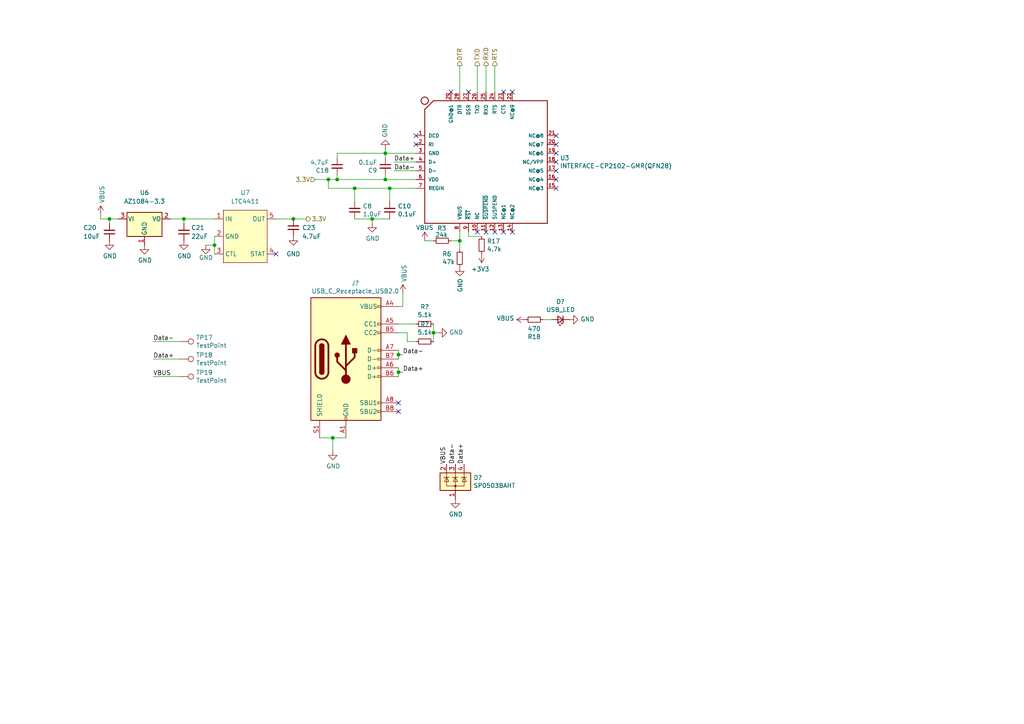
<source format=kicad_sch>
(kicad_sch (version 20211123) (generator eeschema)

  (uuid 922058ca-d09a-45fd-8394-05f3e2c1e03a)

  (paper "A4")

  (lib_symbols
    (symbol "Connector:TestPoint" (pin_numbers hide) (pin_names (offset 0.762) hide) (in_bom yes) (on_board yes)
      (property "Reference" "TP" (id 0) (at 0 6.858 0)
        (effects (font (size 1.27 1.27)))
      )
      (property "Value" "TestPoint" (id 1) (at 0 5.08 0)
        (effects (font (size 1.27 1.27)))
      )
      (property "Footprint" "" (id 2) (at 5.08 0 0)
        (effects (font (size 1.27 1.27)) hide)
      )
      (property "Datasheet" "~" (id 3) (at 5.08 0 0)
        (effects (font (size 1.27 1.27)) hide)
      )
      (property "ki_keywords" "test point tp" (id 4) (at 0 0 0)
        (effects (font (size 1.27 1.27)) hide)
      )
      (property "ki_description" "test point" (id 5) (at 0 0 0)
        (effects (font (size 1.27 1.27)) hide)
      )
      (property "ki_fp_filters" "Pin* Test*" (id 6) (at 0 0 0)
        (effects (font (size 1.27 1.27)) hide)
      )
      (symbol "TestPoint_0_1"
        (circle (center 0 3.302) (radius 0.762)
          (stroke (width 0) (type default) (color 0 0 0 0))
          (fill (type none))
        )
      )
      (symbol "TestPoint_1_1"
        (pin passive line (at 0 0 90) (length 2.54)
          (name "1" (effects (font (size 1.27 1.27))))
          (number "1" (effects (font (size 1.27 1.27))))
        )
      )
    )
    (symbol "Connector:USB_C_Receptacle_USB2.0" (pin_names (offset 1.016)) (in_bom yes) (on_board yes)
      (property "Reference" "J" (id 0) (at -10.16 19.05 0)
        (effects (font (size 1.27 1.27)) (justify left))
      )
      (property "Value" "USB_C_Receptacle_USB2.0" (id 1) (at 19.05 19.05 0)
        (effects (font (size 1.27 1.27)) (justify right))
      )
      (property "Footprint" "" (id 2) (at 3.81 0 0)
        (effects (font (size 1.27 1.27)) hide)
      )
      (property "Datasheet" "https://www.usb.org/sites/default/files/documents/usb_type-c.zip" (id 3) (at 3.81 0 0)
        (effects (font (size 1.27 1.27)) hide)
      )
      (property "ki_keywords" "usb universal serial bus type-C USB2.0" (id 4) (at 0 0 0)
        (effects (font (size 1.27 1.27)) hide)
      )
      (property "ki_description" "USB 2.0-only Type-C Receptacle connector" (id 5) (at 0 0 0)
        (effects (font (size 1.27 1.27)) hide)
      )
      (property "ki_fp_filters" "USB*C*Receptacle*" (id 6) (at 0 0 0)
        (effects (font (size 1.27 1.27)) hide)
      )
      (symbol "USB_C_Receptacle_USB2.0_0_0"
        (rectangle (start -0.254 -17.78) (end 0.254 -16.764)
          (stroke (width 0) (type default) (color 0 0 0 0))
          (fill (type none))
        )
        (rectangle (start 10.16 -14.986) (end 9.144 -15.494)
          (stroke (width 0) (type default) (color 0 0 0 0))
          (fill (type none))
        )
        (rectangle (start 10.16 -12.446) (end 9.144 -12.954)
          (stroke (width 0) (type default) (color 0 0 0 0))
          (fill (type none))
        )
        (rectangle (start 10.16 -4.826) (end 9.144 -5.334)
          (stroke (width 0) (type default) (color 0 0 0 0))
          (fill (type none))
        )
        (rectangle (start 10.16 -2.286) (end 9.144 -2.794)
          (stroke (width 0) (type default) (color 0 0 0 0))
          (fill (type none))
        )
        (rectangle (start 10.16 0.254) (end 9.144 -0.254)
          (stroke (width 0) (type default) (color 0 0 0 0))
          (fill (type none))
        )
        (rectangle (start 10.16 2.794) (end 9.144 2.286)
          (stroke (width 0) (type default) (color 0 0 0 0))
          (fill (type none))
        )
        (rectangle (start 10.16 7.874) (end 9.144 7.366)
          (stroke (width 0) (type default) (color 0 0 0 0))
          (fill (type none))
        )
        (rectangle (start 10.16 10.414) (end 9.144 9.906)
          (stroke (width 0) (type default) (color 0 0 0 0))
          (fill (type none))
        )
        (rectangle (start 10.16 15.494) (end 9.144 14.986)
          (stroke (width 0) (type default) (color 0 0 0 0))
          (fill (type none))
        )
      )
      (symbol "USB_C_Receptacle_USB2.0_0_1"
        (rectangle (start -10.16 17.78) (end 10.16 -17.78)
          (stroke (width 0.254) (type default) (color 0 0 0 0))
          (fill (type background))
        )
        (arc (start -8.89 -3.81) (mid -6.985 -5.715) (end -5.08 -3.81)
          (stroke (width 0.508) (type default) (color 0 0 0 0))
          (fill (type none))
        )
        (arc (start -7.62 -3.81) (mid -6.985 -4.445) (end -6.35 -3.81)
          (stroke (width 0.254) (type default) (color 0 0 0 0))
          (fill (type none))
        )
        (arc (start -7.62 -3.81) (mid -6.985 -4.445) (end -6.35 -3.81)
          (stroke (width 0.254) (type default) (color 0 0 0 0))
          (fill (type outline))
        )
        (rectangle (start -7.62 -3.81) (end -6.35 3.81)
          (stroke (width 0.254) (type default) (color 0 0 0 0))
          (fill (type outline))
        )
        (arc (start -6.35 3.81) (mid -6.985 4.445) (end -7.62 3.81)
          (stroke (width 0.254) (type default) (color 0 0 0 0))
          (fill (type none))
        )
        (arc (start -6.35 3.81) (mid -6.985 4.445) (end -7.62 3.81)
          (stroke (width 0.254) (type default) (color 0 0 0 0))
          (fill (type outline))
        )
        (arc (start -5.08 3.81) (mid -6.985 5.715) (end -8.89 3.81)
          (stroke (width 0.508) (type default) (color 0 0 0 0))
          (fill (type none))
        )
        (circle (center -2.54 1.143) (radius 0.635)
          (stroke (width 0.254) (type default) (color 0 0 0 0))
          (fill (type outline))
        )
        (circle (center 0 -5.842) (radius 1.27)
          (stroke (width 0) (type default) (color 0 0 0 0))
          (fill (type outline))
        )
        (polyline
          (pts
            (xy -8.89 -3.81)
            (xy -8.89 3.81)
          )
          (stroke (width 0.508) (type default) (color 0 0 0 0))
          (fill (type none))
        )
        (polyline
          (pts
            (xy -5.08 3.81)
            (xy -5.08 -3.81)
          )
          (stroke (width 0.508) (type default) (color 0 0 0 0))
          (fill (type none))
        )
        (polyline
          (pts
            (xy 0 -5.842)
            (xy 0 4.318)
          )
          (stroke (width 0.508) (type default) (color 0 0 0 0))
          (fill (type none))
        )
        (polyline
          (pts
            (xy 0 -3.302)
            (xy -2.54 -0.762)
            (xy -2.54 0.508)
          )
          (stroke (width 0.508) (type default) (color 0 0 0 0))
          (fill (type none))
        )
        (polyline
          (pts
            (xy 0 -2.032)
            (xy 2.54 0.508)
            (xy 2.54 1.778)
          )
          (stroke (width 0.508) (type default) (color 0 0 0 0))
          (fill (type none))
        )
        (polyline
          (pts
            (xy -1.27 4.318)
            (xy 0 6.858)
            (xy 1.27 4.318)
            (xy -1.27 4.318)
          )
          (stroke (width 0.254) (type default) (color 0 0 0 0))
          (fill (type outline))
        )
        (rectangle (start 1.905 1.778) (end 3.175 3.048)
          (stroke (width 0.254) (type default) (color 0 0 0 0))
          (fill (type outline))
        )
      )
      (symbol "USB_C_Receptacle_USB2.0_1_1"
        (pin passive line (at 0 -22.86 90) (length 5.08)
          (name "GND" (effects (font (size 1.27 1.27))))
          (number "A1" (effects (font (size 1.27 1.27))))
        )
        (pin passive line (at 0 -22.86 90) (length 5.08) hide
          (name "GND" (effects (font (size 1.27 1.27))))
          (number "A12" (effects (font (size 1.27 1.27))))
        )
        (pin passive line (at 15.24 15.24 180) (length 5.08)
          (name "VBUS" (effects (font (size 1.27 1.27))))
          (number "A4" (effects (font (size 1.27 1.27))))
        )
        (pin bidirectional line (at 15.24 10.16 180) (length 5.08)
          (name "CC1" (effects (font (size 1.27 1.27))))
          (number "A5" (effects (font (size 1.27 1.27))))
        )
        (pin bidirectional line (at 15.24 -2.54 180) (length 5.08)
          (name "D+" (effects (font (size 1.27 1.27))))
          (number "A6" (effects (font (size 1.27 1.27))))
        )
        (pin bidirectional line (at 15.24 2.54 180) (length 5.08)
          (name "D-" (effects (font (size 1.27 1.27))))
          (number "A7" (effects (font (size 1.27 1.27))))
        )
        (pin bidirectional line (at 15.24 -12.7 180) (length 5.08)
          (name "SBU1" (effects (font (size 1.27 1.27))))
          (number "A8" (effects (font (size 1.27 1.27))))
        )
        (pin passive line (at 15.24 15.24 180) (length 5.08) hide
          (name "VBUS" (effects (font (size 1.27 1.27))))
          (number "A9" (effects (font (size 1.27 1.27))))
        )
        (pin passive line (at 0 -22.86 90) (length 5.08) hide
          (name "GND" (effects (font (size 1.27 1.27))))
          (number "B1" (effects (font (size 1.27 1.27))))
        )
        (pin passive line (at 0 -22.86 90) (length 5.08) hide
          (name "GND" (effects (font (size 1.27 1.27))))
          (number "B12" (effects (font (size 1.27 1.27))))
        )
        (pin passive line (at 15.24 15.24 180) (length 5.08) hide
          (name "VBUS" (effects (font (size 1.27 1.27))))
          (number "B4" (effects (font (size 1.27 1.27))))
        )
        (pin bidirectional line (at 15.24 7.62 180) (length 5.08)
          (name "CC2" (effects (font (size 1.27 1.27))))
          (number "B5" (effects (font (size 1.27 1.27))))
        )
        (pin bidirectional line (at 15.24 -5.08 180) (length 5.08)
          (name "D+" (effects (font (size 1.27 1.27))))
          (number "B6" (effects (font (size 1.27 1.27))))
        )
        (pin bidirectional line (at 15.24 0 180) (length 5.08)
          (name "D-" (effects (font (size 1.27 1.27))))
          (number "B7" (effects (font (size 1.27 1.27))))
        )
        (pin bidirectional line (at 15.24 -15.24 180) (length 5.08)
          (name "SBU2" (effects (font (size 1.27 1.27))))
          (number "B8" (effects (font (size 1.27 1.27))))
        )
        (pin passive line (at 15.24 15.24 180) (length 5.08) hide
          (name "VBUS" (effects (font (size 1.27 1.27))))
          (number "B9" (effects (font (size 1.27 1.27))))
        )
        (pin passive line (at -7.62 -22.86 90) (length 5.08)
          (name "SHIELD" (effects (font (size 1.27 1.27))))
          (number "S1" (effects (font (size 1.27 1.27))))
        )
      )
    )
    (symbol "Device:C_Small" (pin_numbers hide) (pin_names (offset 0.254) hide) (in_bom yes) (on_board yes)
      (property "Reference" "C" (id 0) (at 0.254 1.778 0)
        (effects (font (size 1.27 1.27)) (justify left))
      )
      (property "Value" "C_Small" (id 1) (at 0.254 -2.032 0)
        (effects (font (size 1.27 1.27)) (justify left))
      )
      (property "Footprint" "" (id 2) (at 0 0 0)
        (effects (font (size 1.27 1.27)) hide)
      )
      (property "Datasheet" "~" (id 3) (at 0 0 0)
        (effects (font (size 1.27 1.27)) hide)
      )
      (property "ki_keywords" "capacitor cap" (id 4) (at 0 0 0)
        (effects (font (size 1.27 1.27)) hide)
      )
      (property "ki_description" "Unpolarized capacitor, small symbol" (id 5) (at 0 0 0)
        (effects (font (size 1.27 1.27)) hide)
      )
      (property "ki_fp_filters" "C_*" (id 6) (at 0 0 0)
        (effects (font (size 1.27 1.27)) hide)
      )
      (symbol "C_Small_0_1"
        (polyline
          (pts
            (xy -1.524 -0.508)
            (xy 1.524 -0.508)
          )
          (stroke (width 0.3302) (type default) (color 0 0 0 0))
          (fill (type none))
        )
        (polyline
          (pts
            (xy -1.524 0.508)
            (xy 1.524 0.508)
          )
          (stroke (width 0.3048) (type default) (color 0 0 0 0))
          (fill (type none))
        )
      )
      (symbol "C_Small_1_1"
        (pin passive line (at 0 2.54 270) (length 2.032)
          (name "~" (effects (font (size 1.27 1.27))))
          (number "1" (effects (font (size 1.27 1.27))))
        )
        (pin passive line (at 0 -2.54 90) (length 2.032)
          (name "~" (effects (font (size 1.27 1.27))))
          (number "2" (effects (font (size 1.27 1.27))))
        )
      )
    )
    (symbol "Device:LED_Small" (pin_numbers hide) (pin_names (offset 0.254) hide) (in_bom yes) (on_board yes)
      (property "Reference" "D" (id 0) (at -1.27 3.175 0)
        (effects (font (size 1.27 1.27)) (justify left))
      )
      (property "Value" "LED_Small" (id 1) (at -4.445 -2.54 0)
        (effects (font (size 1.27 1.27)) (justify left))
      )
      (property "Footprint" "" (id 2) (at 0 0 90)
        (effects (font (size 1.27 1.27)) hide)
      )
      (property "Datasheet" "~" (id 3) (at 0 0 90)
        (effects (font (size 1.27 1.27)) hide)
      )
      (property "ki_keywords" "LED diode light-emitting-diode" (id 4) (at 0 0 0)
        (effects (font (size 1.27 1.27)) hide)
      )
      (property "ki_description" "Light emitting diode, small symbol" (id 5) (at 0 0 0)
        (effects (font (size 1.27 1.27)) hide)
      )
      (property "ki_fp_filters" "LED* LED_SMD:* LED_THT:*" (id 6) (at 0 0 0)
        (effects (font (size 1.27 1.27)) hide)
      )
      (symbol "LED_Small_0_1"
        (polyline
          (pts
            (xy -0.762 -1.016)
            (xy -0.762 1.016)
          )
          (stroke (width 0.254) (type default) (color 0 0 0 0))
          (fill (type none))
        )
        (polyline
          (pts
            (xy 1.016 0)
            (xy -0.762 0)
          )
          (stroke (width 0) (type default) (color 0 0 0 0))
          (fill (type none))
        )
        (polyline
          (pts
            (xy 0.762 -1.016)
            (xy -0.762 0)
            (xy 0.762 1.016)
            (xy 0.762 -1.016)
          )
          (stroke (width 0.254) (type default) (color 0 0 0 0))
          (fill (type none))
        )
        (polyline
          (pts
            (xy 0 0.762)
            (xy -0.508 1.27)
            (xy -0.254 1.27)
            (xy -0.508 1.27)
            (xy -0.508 1.016)
          )
          (stroke (width 0) (type default) (color 0 0 0 0))
          (fill (type none))
        )
        (polyline
          (pts
            (xy 0.508 1.27)
            (xy 0 1.778)
            (xy 0.254 1.778)
            (xy 0 1.778)
            (xy 0 1.524)
          )
          (stroke (width 0) (type default) (color 0 0 0 0))
          (fill (type none))
        )
      )
      (symbol "LED_Small_1_1"
        (pin passive line (at -2.54 0 0) (length 1.778)
          (name "K" (effects (font (size 1.27 1.27))))
          (number "1" (effects (font (size 1.27 1.27))))
        )
        (pin passive line (at 2.54 0 180) (length 1.778)
          (name "A" (effects (font (size 1.27 1.27))))
          (number "2" (effects (font (size 1.27 1.27))))
        )
      )
    )
    (symbol "Device:R_Small" (pin_numbers hide) (pin_names (offset 0.254) hide) (in_bom yes) (on_board yes)
      (property "Reference" "R" (id 0) (at 0.762 0.508 0)
        (effects (font (size 1.27 1.27)) (justify left))
      )
      (property "Value" "R_Small" (id 1) (at 0.762 -1.016 0)
        (effects (font (size 1.27 1.27)) (justify left))
      )
      (property "Footprint" "" (id 2) (at 0 0 0)
        (effects (font (size 1.27 1.27)) hide)
      )
      (property "Datasheet" "~" (id 3) (at 0 0 0)
        (effects (font (size 1.27 1.27)) hide)
      )
      (property "ki_keywords" "R resistor" (id 4) (at 0 0 0)
        (effects (font (size 1.27 1.27)) hide)
      )
      (property "ki_description" "Resistor, small symbol" (id 5) (at 0 0 0)
        (effects (font (size 1.27 1.27)) hide)
      )
      (property "ki_fp_filters" "R_*" (id 6) (at 0 0 0)
        (effects (font (size 1.27 1.27)) hide)
      )
      (symbol "R_Small_0_1"
        (rectangle (start -0.762 1.778) (end 0.762 -1.778)
          (stroke (width 0.2032) (type default) (color 0 0 0 0))
          (fill (type none))
        )
      )
      (symbol "R_Small_1_1"
        (pin passive line (at 0 2.54 270) (length 0.762)
          (name "~" (effects (font (size 1.27 1.27))))
          (number "1" (effects (font (size 1.27 1.27))))
        )
        (pin passive line (at 0 -2.54 90) (length 0.762)
          (name "~" (effects (font (size 1.27 1.27))))
          (number "2" (effects (font (size 1.27 1.27))))
        )
      )
    )
    (symbol "Power_Protection:SP0503BAHT" (pin_names hide) (in_bom yes) (on_board yes)
      (property "Reference" "D" (id 0) (at 5.715 2.54 0)
        (effects (font (size 1.27 1.27)) (justify left))
      )
      (property "Value" "SP0503BAHT" (id 1) (at 5.715 0.635 0)
        (effects (font (size 1.27 1.27)) (justify left))
      )
      (property "Footprint" "Package_TO_SOT_SMD:SOT-143" (id 2) (at 5.715 -1.27 0)
        (effects (font (size 1.27 1.27)) (justify left) hide)
      )
      (property "Datasheet" "http://www.littelfuse.com/~/media/files/littelfuse/technical%20resources/documents/data%20sheets/sp05xxba.pdf" (id 3) (at 3.175 3.175 0)
        (effects (font (size 1.27 1.27)) hide)
      )
      (property "ki_keywords" "usb esd protection suppression transient" (id 4) (at 0 0 0)
        (effects (font (size 1.27 1.27)) hide)
      )
      (property "ki_description" "TVS Diode Array, 5.5V Standoff, 3 Channels, SOT-143 package" (id 5) (at 0 0 0)
        (effects (font (size 1.27 1.27)) hide)
      )
      (property "ki_fp_filters" "SOT?143*" (id 6) (at 0 0 0)
        (effects (font (size 1.27 1.27)) hide)
      )
      (symbol "SP0503BAHT_0_0"
        (pin passive line (at 0 -5.08 90) (length 2.54)
          (name "A" (effects (font (size 1.27 1.27))))
          (number "1" (effects (font (size 1.27 1.27))))
        )
      )
      (symbol "SP0503BAHT_0_1"
        (rectangle (start -4.445 2.54) (end 4.445 -2.54)
          (stroke (width 0.254) (type default) (color 0 0 0 0))
          (fill (type background))
        )
        (circle (center 0 -1.27) (radius 0.254)
          (stroke (width 0) (type default) (color 0 0 0 0))
          (fill (type outline))
        )
        (polyline
          (pts
            (xy -2.54 2.54)
            (xy -2.54 1.27)
          )
          (stroke (width 0) (type default) (color 0 0 0 0))
          (fill (type none))
        )
        (polyline
          (pts
            (xy 0 -1.27)
            (xy 0 -2.54)
          )
          (stroke (width 0) (type default) (color 0 0 0 0))
          (fill (type none))
        )
        (polyline
          (pts
            (xy 0 -1.27)
            (xy 0 1.27)
          )
          (stroke (width 0) (type default) (color 0 0 0 0))
          (fill (type none))
        )
        (polyline
          (pts
            (xy 0 2.54)
            (xy 0 1.27)
          )
          (stroke (width 0) (type default) (color 0 0 0 0))
          (fill (type none))
        )
        (polyline
          (pts
            (xy 0.635 1.27)
            (xy 0.762 1.27)
          )
          (stroke (width 0) (type default) (color 0 0 0 0))
          (fill (type none))
        )
        (polyline
          (pts
            (xy 2.54 2.54)
            (xy 2.54 1.27)
          )
          (stroke (width 0) (type default) (color 0 0 0 0))
          (fill (type none))
        )
        (polyline
          (pts
            (xy 0.635 1.27)
            (xy -0.762 1.27)
            (xy -0.762 1.016)
          )
          (stroke (width 0) (type default) (color 0 0 0 0))
          (fill (type none))
        )
        (polyline
          (pts
            (xy -3.302 1.016)
            (xy -3.302 1.27)
            (xy -1.905 1.27)
            (xy -1.778 1.27)
          )
          (stroke (width 0) (type default) (color 0 0 0 0))
          (fill (type none))
        )
        (polyline
          (pts
            (xy -2.54 1.27)
            (xy -2.54 -1.27)
            (xy 2.54 -1.27)
            (xy 2.54 1.27)
          )
          (stroke (width 0) (type default) (color 0 0 0 0))
          (fill (type none))
        )
        (polyline
          (pts
            (xy -2.54 1.27)
            (xy -1.905 0)
            (xy -3.175 0)
            (xy -2.54 1.27)
          )
          (stroke (width 0) (type default) (color 0 0 0 0))
          (fill (type none))
        )
        (polyline
          (pts
            (xy 0.635 0)
            (xy -0.635 0)
            (xy 0 1.27)
            (xy 0.635 0)
          )
          (stroke (width 0) (type default) (color 0 0 0 0))
          (fill (type none))
        )
        (polyline
          (pts
            (xy 1.778 1.016)
            (xy 1.778 1.27)
            (xy 3.175 1.27)
            (xy 3.302 1.27)
          )
          (stroke (width 0) (type default) (color 0 0 0 0))
          (fill (type none))
        )
        (polyline
          (pts
            (xy 2.54 1.27)
            (xy 1.905 0)
            (xy 3.175 0)
            (xy 2.54 1.27)
          )
          (stroke (width 0) (type default) (color 0 0 0 0))
          (fill (type none))
        )
      )
      (symbol "SP0503BAHT_1_1"
        (pin passive line (at -2.54 5.08 270) (length 2.54)
          (name "K" (effects (font (size 1.27 1.27))))
          (number "2" (effects (font (size 1.27 1.27))))
        )
        (pin passive line (at 0 5.08 270) (length 2.54)
          (name "K" (effects (font (size 1.27 1.27))))
          (number "3" (effects (font (size 1.27 1.27))))
        )
        (pin passive line (at 2.54 5.08 270) (length 2.54)
          (name "K" (effects (font (size 1.27 1.27))))
          (number "4" (effects (font (size 1.27 1.27))))
        )
      )
    )
    (symbol "Regulator_Linear:AZ1084-3.3" (pin_names (offset 0.254)) (in_bom yes) (on_board yes)
      (property "Reference" "U" (id 0) (at -3.81 3.175 0)
        (effects (font (size 1.27 1.27)))
      )
      (property "Value" "AZ1084-3.3" (id 1) (at 0 3.175 0)
        (effects (font (size 1.27 1.27)) (justify left))
      )
      (property "Footprint" "" (id 2) (at 0 6.35 0)
        (effects (font (size 1.27 1.27) italic) hide)
      )
      (property "Datasheet" "https://www.diodes.com/assets/Datasheets/AZ1084.pdf" (id 3) (at 0 0 0)
        (effects (font (size 1.27 1.27)) hide)
      )
      (property "ki_keywords" "Fixed Voltage Regulator 5A Positive LDO" (id 4) (at 0 0 0)
        (effects (font (size 1.27 1.27)) hide)
      )
      (property "ki_description" "5A 12V Fixed LDO Linear Regulator, 1.5V, TO-220/TO-252/TO-263" (id 5) (at 0 0 0)
        (effects (font (size 1.27 1.27)) hide)
      )
      (property "ki_fp_filters" "TO?220* TO?252* TO?263*" (id 6) (at 0 0 0)
        (effects (font (size 1.27 1.27)) hide)
      )
      (symbol "AZ1084-3.3_0_1"
        (rectangle (start -5.08 1.905) (end 5.08 -5.08)
          (stroke (width 0.254) (type default) (color 0 0 0 0))
          (fill (type background))
        )
      )
      (symbol "AZ1084-3.3_1_1"
        (pin power_in line (at 0 -7.62 90) (length 2.54)
          (name "GND" (effects (font (size 1.27 1.27))))
          (number "1" (effects (font (size 1.27 1.27))))
        )
        (pin power_out line (at 7.62 0 180) (length 2.54)
          (name "VO" (effects (font (size 1.27 1.27))))
          (number "2" (effects (font (size 1.27 1.27))))
        )
        (pin power_in line (at -7.62 0 0) (length 2.54)
          (name "VI" (effects (font (size 1.27 1.27))))
          (number "3" (effects (font (size 1.27 1.27))))
        )
      )
    )
    (symbol "iclr:INTERFACE-CP2102-GMR(QFN28)" (pin_names (offset 1.016)) (in_bom yes) (on_board yes)
      (property "Reference" "U" (id 0) (at -17.8054 20.3454 0)
        (effects (font (size 1.27 1.27)) (justify left bottom))
      )
      (property "Value" "iclr_INTERFACE-CP2102-GMR(QFN28)" (id 1) (at -17.78 -17.78 0)
        (effects (font (size 1.27 1.27)) (justify left bottom))
      )
      (property "Footprint" "QFN28G_0.5-5X5MM" (id 2) (at 0 0 0)
        (effects (font (size 1.27 1.27)) (justify left bottom) hide)
      )
      (property "Datasheet" "" (id 3) (at 0 0 0)
        (effects (font (size 1.27 1.27)) (justify left bottom) hide)
      )
      (property "VALUE" "CP2102-GMR-QFN28" (id 4) (at 0 0 0)
        (effects (font (size 1.27 1.27)) (justify left bottom) hide)
      )
      (property "MPN" "CP2102-GMR" (id 5) (at 0 0 0)
        (effects (font (size 1.27 1.27)) (justify left bottom) hide)
      )
      (property "ki_locked" "" (id 6) (at 0 0 0)
        (effects (font (size 1.27 1.27)))
      )
      (symbol "INTERFACE-CP2102-GMR(QFN28)_0_0"
        (circle (center -17.78 17.78) (radius 1.0668)
          (stroke (width 0.254) (type default) (color 0 0 0 0))
          (fill (type none))
        )
        (polyline
          (pts
            (xy -17.78 -17.78)
            (xy -17.78 15.24)
          )
          (stroke (width 0.254) (type default) (color 0 0 0 0))
          (fill (type none))
        )
        (polyline
          (pts
            (xy -17.78 15.24)
            (xy -15.24 17.78)
          )
          (stroke (width 0.254) (type default) (color 0 0 0 0))
          (fill (type none))
        )
        (polyline
          (pts
            (xy -15.24 17.78)
            (xy 17.78 17.78)
          )
          (stroke (width 0.254) (type default) (color 0 0 0 0))
          (fill (type none))
        )
        (polyline
          (pts
            (xy 17.78 -17.78)
            (xy -17.78 -17.78)
          )
          (stroke (width 0.254) (type default) (color 0 0 0 0))
          (fill (type none))
        )
        (polyline
          (pts
            (xy 17.78 17.78)
            (xy 17.78 -17.78)
          )
          (stroke (width 0.254) (type default) (color 0 0 0 0))
          (fill (type none))
        )
        (pin bidirectional line (at -20.32 7.62 0) (length 2.54)
          (name "DCD" (effects (font (size 1.016 1.016))))
          (number "1" (effects (font (size 1.016 1.016))))
        )
        (pin bidirectional line (at -2.54 -20.32 90) (length 2.54)
          (name "NC" (effects (font (size 1.016 1.016))))
          (number "10" (effects (font (size 1.016 1.016))))
        )
        (pin bidirectional line (at 0 -20.32 90) (length 2.54)
          (name "~{SUSPEND}" (effects (font (size 1.016 1.016))))
          (number "11" (effects (font (size 1.016 1.016))))
        )
        (pin bidirectional line (at 2.54 -20.32 90) (length 2.54)
          (name "SUSPEND" (effects (font (size 1.016 1.016))))
          (number "12" (effects (font (size 1.016 1.016))))
        )
        (pin bidirectional line (at 5.08 -20.32 90) (length 2.54)
          (name "NC@1" (effects (font (size 1.016 1.016))))
          (number "13" (effects (font (size 1.016 1.016))))
        )
        (pin bidirectional line (at 7.62 -20.32 90) (length 2.54)
          (name "NC@2" (effects (font (size 1.016 1.016))))
          (number "14" (effects (font (size 1.016 1.016))))
        )
        (pin bidirectional line (at 20.32 -7.62 180) (length 2.54)
          (name "NC@3" (effects (font (size 1.016 1.016))))
          (number "15" (effects (font (size 1.016 1.016))))
        )
        (pin bidirectional line (at 20.32 -5.08 180) (length 2.54)
          (name "NC@4" (effects (font (size 1.016 1.016))))
          (number "16" (effects (font (size 1.016 1.016))))
        )
        (pin bidirectional line (at 20.32 -2.54 180) (length 2.54)
          (name "NC@5" (effects (font (size 1.016 1.016))))
          (number "17" (effects (font (size 1.016 1.016))))
        )
        (pin bidirectional line (at 20.32 0 180) (length 2.54)
          (name "NC/VPP" (effects (font (size 1.016 1.016))))
          (number "18" (effects (font (size 1.016 1.016))))
        )
        (pin bidirectional line (at 20.32 2.54 180) (length 2.54)
          (name "NC@6" (effects (font (size 1.016 1.016))))
          (number "19" (effects (font (size 1.016 1.016))))
        )
        (pin bidirectional line (at -20.32 5.08 0) (length 2.54)
          (name "RI" (effects (font (size 1.016 1.016))))
          (number "2" (effects (font (size 1.016 1.016))))
        )
        (pin bidirectional line (at 20.32 5.08 180) (length 2.54)
          (name "NC@7" (effects (font (size 1.016 1.016))))
          (number "20" (effects (font (size 1.016 1.016))))
        )
        (pin bidirectional line (at 20.32 7.62 180) (length 2.54)
          (name "NC@8" (effects (font (size 1.016 1.016))))
          (number "21" (effects (font (size 1.016 1.016))))
        )
        (pin bidirectional line (at 7.62 20.32 270) (length 2.54)
          (name "NC@9" (effects (font (size 1.016 1.016))))
          (number "22" (effects (font (size 1.016 1.016))))
        )
        (pin bidirectional line (at 5.08 20.32 270) (length 2.54)
          (name "CTS" (effects (font (size 1.016 1.016))))
          (number "23" (effects (font (size 1.016 1.016))))
        )
        (pin bidirectional line (at 2.54 20.32 270) (length 2.54)
          (name "RTS" (effects (font (size 1.016 1.016))))
          (number "24" (effects (font (size 1.016 1.016))))
        )
        (pin bidirectional line (at 0 20.32 270) (length 2.54)
          (name "RXD" (effects (font (size 1.016 1.016))))
          (number "25" (effects (font (size 1.016 1.016))))
        )
        (pin bidirectional line (at -2.54 20.32 270) (length 2.54)
          (name "TXD" (effects (font (size 1.016 1.016))))
          (number "26" (effects (font (size 1.016 1.016))))
        )
        (pin bidirectional line (at -5.08 20.32 270) (length 2.54)
          (name "DSR" (effects (font (size 1.016 1.016))))
          (number "27" (effects (font (size 1.016 1.016))))
        )
        (pin bidirectional line (at -7.62 20.32 270) (length 2.54)
          (name "DTR" (effects (font (size 1.016 1.016))))
          (number "28" (effects (font (size 1.016 1.016))))
        )
        (pin bidirectional line (at -10.16 20.32 270) (length 2.54)
          (name "GND@1" (effects (font (size 1.016 1.016))))
          (number "29" (effects (font (size 1.016 1.016))))
        )
        (pin bidirectional line (at -20.32 2.54 0) (length 2.54)
          (name "GND" (effects (font (size 1.016 1.016))))
          (number "3" (effects (font (size 1.016 1.016))))
        )
        (pin bidirectional line (at -20.32 0 0) (length 2.54)
          (name "D+" (effects (font (size 1.016 1.016))))
          (number "4" (effects (font (size 1.016 1.016))))
        )
        (pin bidirectional line (at -20.32 -2.54 0) (length 2.54)
          (name "D-" (effects (font (size 1.016 1.016))))
          (number "5" (effects (font (size 1.016 1.016))))
        )
        (pin bidirectional line (at -20.32 -5.08 0) (length 2.54)
          (name "VDD" (effects (font (size 1.016 1.016))))
          (number "6" (effects (font (size 1.016 1.016))))
        )
        (pin bidirectional line (at -20.32 -7.62 0) (length 2.54)
          (name "REGIN" (effects (font (size 1.016 1.016))))
          (number "7" (effects (font (size 1.016 1.016))))
        )
        (pin bidirectional line (at -7.62 -20.32 90) (length 2.54)
          (name "VBUS" (effects (font (size 1.016 1.016))))
          (number "8" (effects (font (size 1.016 1.016))))
        )
        (pin bidirectional line (at -5.08 -20.32 90) (length 2.54)
          (name "~{RST}" (effects (font (size 1.016 1.016))))
          (number "9" (effects (font (size 1.016 1.016))))
        )
      )
    )
    (symbol "iclr:LTC4411" (in_bom yes) (on_board yes)
      (property "Reference" "U" (id 0) (at 0 1.27 0)
        (effects (font (size 1.27 1.27)))
      )
      (property "Value" "LTC4411" (id 1) (at 0 -1.27 0)
        (effects (font (size 1.27 1.27)))
      )
      (property "Footprint" "" (id 2) (at 0 0 0)
        (effects (font (size 1.27 1.27)) hide)
      )
      (property "Datasheet" "" (id 3) (at 0 0 0)
        (effects (font (size 1.27 1.27)) hide)
      )
      (symbol "LTC4411_0_1"
        (rectangle (start -6.35 -2.54) (end 6.35 -17.78)
          (stroke (width 0) (type default) (color 0 0 0 0))
          (fill (type background))
        )
      )
      (symbol "LTC4411_1_1"
        (pin power_in line (at -8.89 -5.08 0) (length 2.54)
          (name "IN" (effects (font (size 1.27 1.27))))
          (number "1" (effects (font (size 1.27 1.27))))
        )
        (pin output line (at -8.89 -10.16 0) (length 2.54)
          (name "GND" (effects (font (size 1.27 1.27))))
          (number "2" (effects (font (size 1.27 1.27))))
        )
        (pin input line (at -8.89 -15.24 0) (length 2.54)
          (name "CTL" (effects (font (size 1.27 1.27))))
          (number "3" (effects (font (size 1.27 1.27))))
        )
        (pin input line (at 8.89 -15.24 180) (length 2.54)
          (name "STAT" (effects (font (size 1.27 1.27))))
          (number "4" (effects (font (size 1.27 1.27))))
        )
        (pin power_out line (at 8.89 -5.08 180) (length 2.54)
          (name "OUT" (effects (font (size 1.27 1.27))))
          (number "5" (effects (font (size 1.27 1.27))))
        )
      )
    )
    (symbol "power:+3.3V" (power) (pin_names (offset 0)) (in_bom yes) (on_board yes)
      (property "Reference" "#PWR" (id 0) (at 0 -3.81 0)
        (effects (font (size 1.27 1.27)) hide)
      )
      (property "Value" "+3.3V" (id 1) (at 0 3.556 0)
        (effects (font (size 1.27 1.27)))
      )
      (property "Footprint" "" (id 2) (at 0 0 0)
        (effects (font (size 1.27 1.27)) hide)
      )
      (property "Datasheet" "" (id 3) (at 0 0 0)
        (effects (font (size 1.27 1.27)) hide)
      )
      (property "ki_keywords" "power-flag" (id 4) (at 0 0 0)
        (effects (font (size 1.27 1.27)) hide)
      )
      (property "ki_description" "Power symbol creates a global label with name \"+3.3V\"" (id 5) (at 0 0 0)
        (effects (font (size 1.27 1.27)) hide)
      )
      (symbol "+3.3V_0_1"
        (polyline
          (pts
            (xy -0.762 1.27)
            (xy 0 2.54)
          )
          (stroke (width 0) (type default) (color 0 0 0 0))
          (fill (type none))
        )
        (polyline
          (pts
            (xy 0 0)
            (xy 0 2.54)
          )
          (stroke (width 0) (type default) (color 0 0 0 0))
          (fill (type none))
        )
        (polyline
          (pts
            (xy 0 2.54)
            (xy 0.762 1.27)
          )
          (stroke (width 0) (type default) (color 0 0 0 0))
          (fill (type none))
        )
      )
      (symbol "+3.3V_1_1"
        (pin power_in line (at 0 0 90) (length 0) hide
          (name "+3V3" (effects (font (size 1.27 1.27))))
          (number "1" (effects (font (size 1.27 1.27))))
        )
      )
    )
    (symbol "power:GND" (power) (pin_names (offset 0)) (in_bom yes) (on_board yes)
      (property "Reference" "#PWR" (id 0) (at 0 -6.35 0)
        (effects (font (size 1.27 1.27)) hide)
      )
      (property "Value" "GND" (id 1) (at 0 -3.81 0)
        (effects (font (size 1.27 1.27)))
      )
      (property "Footprint" "" (id 2) (at 0 0 0)
        (effects (font (size 1.27 1.27)) hide)
      )
      (property "Datasheet" "" (id 3) (at 0 0 0)
        (effects (font (size 1.27 1.27)) hide)
      )
      (property "ki_keywords" "power-flag" (id 4) (at 0 0 0)
        (effects (font (size 1.27 1.27)) hide)
      )
      (property "ki_description" "Power symbol creates a global label with name \"GND\" , ground" (id 5) (at 0 0 0)
        (effects (font (size 1.27 1.27)) hide)
      )
      (symbol "GND_0_1"
        (polyline
          (pts
            (xy 0 0)
            (xy 0 -1.27)
            (xy 1.27 -1.27)
            (xy 0 -2.54)
            (xy -1.27 -1.27)
            (xy 0 -1.27)
          )
          (stroke (width 0) (type default) (color 0 0 0 0))
          (fill (type none))
        )
      )
      (symbol "GND_1_1"
        (pin power_in line (at 0 0 270) (length 0) hide
          (name "GND" (effects (font (size 1.27 1.27))))
          (number "1" (effects (font (size 1.27 1.27))))
        )
      )
    )
    (symbol "power:VBUS" (power) (pin_names (offset 0)) (in_bom yes) (on_board yes)
      (property "Reference" "#PWR" (id 0) (at 0 -3.81 0)
        (effects (font (size 1.27 1.27)) hide)
      )
      (property "Value" "VBUS" (id 1) (at 0 3.81 0)
        (effects (font (size 1.27 1.27)))
      )
      (property "Footprint" "" (id 2) (at 0 0 0)
        (effects (font (size 1.27 1.27)) hide)
      )
      (property "Datasheet" "" (id 3) (at 0 0 0)
        (effects (font (size 1.27 1.27)) hide)
      )
      (property "ki_keywords" "power-flag" (id 4) (at 0 0 0)
        (effects (font (size 1.27 1.27)) hide)
      )
      (property "ki_description" "Power symbol creates a global label with name \"VBUS\"" (id 5) (at 0 0 0)
        (effects (font (size 1.27 1.27)) hide)
      )
      (symbol "VBUS_0_1"
        (polyline
          (pts
            (xy -0.762 1.27)
            (xy 0 2.54)
          )
          (stroke (width 0) (type default) (color 0 0 0 0))
          (fill (type none))
        )
        (polyline
          (pts
            (xy 0 0)
            (xy 0 2.54)
          )
          (stroke (width 0) (type default) (color 0 0 0 0))
          (fill (type none))
        )
        (polyline
          (pts
            (xy 0 2.54)
            (xy 0.762 1.27)
          )
          (stroke (width 0) (type default) (color 0 0 0 0))
          (fill (type none))
        )
      )
      (symbol "VBUS_1_1"
        (pin power_in line (at 0 0 90) (length 0) hide
          (name "VBUS" (effects (font (size 1.27 1.27))))
          (number "1" (effects (font (size 1.27 1.27))))
        )
      )
    )
  )

  (junction (at 115.57 107.95) (diameter 0) (color 0 0 0 0)
    (uuid 03caada9-9e22-4e2d-9035-b15433dfbb17)
  )
  (junction (at 125.73 96.52) (diameter 0) (color 0 0 0 0)
    (uuid 0f54db53-a272-4955-88fb-d7ab00657bb0)
  )
  (junction (at 97.79 52.07) (diameter 0) (color 0 0 0 0)
    (uuid 15fe8f3d-6077-4e0e-81d0-8ec3f4538981)
  )
  (junction (at 62.23 71.12) (diameter 0) (color 0 0 0 0)
    (uuid 3f6115df-2b36-4755-b59f-754809138c63)
  )
  (junction (at 133.35 69.85) (diameter 0) (color 0 0 0 0)
    (uuid 3fe6e9d3-76fc-4fd8-abd4-3fcb4fda5264)
  )
  (junction (at 53.34 63.5) (diameter 0) (color 0 0 0 0)
    (uuid 5cb8e6d5-3e97-41e1-a6d0-24e39639b91b)
  )
  (junction (at 96.52 127) (diameter 0) (color 0 0 0 0)
    (uuid 6bfe5804-2ef9-4c65-b2a7-f01e4014370a)
  )
  (junction (at 115.57 102.87) (diameter 0) (color 0 0 0 0)
    (uuid 7e023245-2c2b-4e2b-bfb9-5d35176e88f2)
  )
  (junction (at 85.09 63.5) (diameter 0) (color 0 0 0 0)
    (uuid 806b305d-0a58-4b7d-9c1c-feda4d6ce379)
  )
  (junction (at 95.25 52.07) (diameter 0) (color 0 0 0 0)
    (uuid 8285fff6-5874-468b-ae75-c1a08bcffaf4)
  )
  (junction (at 31.75 63.5) (diameter 0) (color 0 0 0 0)
    (uuid 8a46152a-dde3-49d1-8420-3f1588e8f87e)
  )
  (junction (at 102.87 54.61) (diameter 0) (color 0 0 0 0)
    (uuid b16c4f2b-0c0e-43b2-8a75-657a16cf2e32)
  )
  (junction (at 111.76 44.45) (diameter 0) (color 0 0 0 0)
    (uuid c8029a4c-945d-42ca-871a-dd73ff50a1a3)
  )
  (junction (at 107.95 63.5) (diameter 0) (color 0 0 0 0)
    (uuid db36f6e3-e72a-487f-bda9-88cc84536f62)
  )
  (junction (at 111.76 52.07) (diameter 0) (color 0 0 0 0)
    (uuid e40e8cef-4fb0-4fc3-be09-3875b2cc8469)
  )
  (junction (at 113.03 54.61) (diameter 0) (color 0 0 0 0)
    (uuid e6b860cc-cb76-4220-acfb-68f1eb348bfa)
  )

  (no_connect (at 161.29 52.07) (uuid 097edb1b-8998-4e70-b670-bba125982348))
  (no_connect (at 161.29 39.37) (uuid 0e1ed1c5-7428-4dc7-b76e-49b2d5f8177d))
  (no_connect (at 146.05 26.67) (uuid 14769dc5-8525-4984-8b15-a734ee247efa))
  (no_connect (at 161.29 41.91) (uuid 14c51520-6d91-4098-a59a-5121f2a898f7))
  (no_connect (at 130.81 26.67) (uuid 19c56563-5fe3-442a-885b-418dbc2421eb))
  (no_connect (at 161.29 44.45) (uuid 2d67a417-188f-4014-9282-000265d80009))
  (no_connect (at 115.57 119.38) (uuid 45008225-f50f-4d6b-b508-6730a9408caf))
  (no_connect (at 161.29 49.53) (uuid 477311b9-8f81-40c8-9c55-fd87e287247a))
  (no_connect (at 80.01 73.66) (uuid 51b0b501-3d25-4fc0-9340-762df7286bdb))
  (no_connect (at 146.05 67.31) (uuid 6284122b-79c3-4e04-925e-3d32cc3ec077))
  (no_connect (at 148.59 26.67) (uuid 67763d19-f622-4e1e-81e5-5b24da7c3f99))
  (no_connect (at 140.97 67.31) (uuid 6d26d68f-1ca7-4ff3-b058-272f1c399047))
  (no_connect (at 120.65 39.37) (uuid 6ec113ca-7d27-4b14-a180-1e5e2fd1c167))
  (no_connect (at 161.29 46.99) (uuid 84e5506c-143e-495f-9aa4-d3a71622f213))
  (no_connect (at 161.29 54.61) (uuid 994b6220-4755-4d84-91b3-6122ac1c2c5e))
  (no_connect (at 115.57 116.84) (uuid a544eb0a-75db-4baf-bf54-9ca21744343b))
  (no_connect (at 135.89 26.67) (uuid bd065eaf-e495-4837-bdb3-129934de1fc7))
  (no_connect (at 148.59 67.31) (uuid ca5a4651-0d1d-441b-b17d-01518ef3b656))
  (no_connect (at 143.51 67.31) (uuid d3d7e298-1d39-4294-a3ab-c84cc0dc5e5a))
  (no_connect (at 120.65 41.91) (uuid e43dbe34-ed17-4e35-a5c7-2f1679b3c415))
  (no_connect (at 138.43 67.31) (uuid ee41cb8e-512d-41d2-81e1-3c50fff32aeb))

  (wire (pts (xy 115.57 96.52) (xy 118.11 96.52))
    (stroke (width 0) (type default) (color 0 0 0 0))
    (uuid 003c2200-0632-4808-a662-8ddd5d30c768)
  )
  (wire (pts (xy 135.89 67.31) (xy 135.89 68.58))
    (stroke (width 0) (type default) (color 0 0 0 0))
    (uuid 05d4147f-7438-40c5-9ae5-ca6e8fc4f427)
  )
  (wire (pts (xy 113.03 58.42) (xy 113.03 54.61))
    (stroke (width 0) (type default) (color 0 0 0 0))
    (uuid 0c3dceba-7c95-4b3d-b590-0eb581444beb)
  )
  (wire (pts (xy 44.45 109.22) (xy 52.07 109.22))
    (stroke (width 0) (type default) (color 0 0 0 0))
    (uuid 0ce8d3ab-2662-4158-8a2a-18b782908fc5)
  )
  (wire (pts (xy 44.45 104.14) (xy 52.07 104.14))
    (stroke (width 0) (type default) (color 0 0 0 0))
    (uuid 0e8f7fc0-2ef2-4b90-9c15-8a3a601ee459)
  )
  (wire (pts (xy 120.65 44.45) (xy 111.76 44.45))
    (stroke (width 0) (type default) (color 0 0 0 0))
    (uuid 101ef598-601d-400e-9ef6-d655fbb1dbfa)
  )
  (wire (pts (xy 107.95 63.5) (xy 107.95 64.77))
    (stroke (width 0) (type default) (color 0 0 0 0))
    (uuid 16a9ae8c-3ad2-439b-8efe-377c994670c7)
  )
  (wire (pts (xy 49.53 63.5) (xy 53.34 63.5))
    (stroke (width 0) (type default) (color 0 0 0 0))
    (uuid 16acc938-f537-4cc4-87ee-5b4935696e14)
  )
  (wire (pts (xy 96.52 127) (xy 96.52 130.81))
    (stroke (width 0) (type default) (color 0 0 0 0))
    (uuid 1d9cdadc-9036-4a95-b6db-fa7b3b74c869)
  )
  (wire (pts (xy 115.57 107.95) (xy 115.57 109.22))
    (stroke (width 0) (type default) (color 0 0 0 0))
    (uuid 1f3003e6-dce5-420f-906b-3f1e92b67249)
  )
  (wire (pts (xy 29.21 62.23) (xy 29.21 63.5))
    (stroke (width 0) (type default) (color 0 0 0 0))
    (uuid 23756bf0-d10e-4dc2-a20c-3d660e39935a)
  )
  (wire (pts (xy 118.11 96.52) (xy 118.11 99.06))
    (stroke (width 0) (type default) (color 0 0 0 0))
    (uuid 240e07e1-770b-4b27-894f-29fd601c924d)
  )
  (wire (pts (xy 143.51 26.67) (xy 143.51 19.05))
    (stroke (width 0) (type default) (color 0 0 0 0))
    (uuid 275aa44a-b61f-489f-9e2a-819a0fe0d1eb)
  )
  (wire (pts (xy 133.35 69.85) (xy 133.35 67.31))
    (stroke (width 0) (type default) (color 0 0 0 0))
    (uuid 2af6ef77-f023-4cd1-aa08-a9a8cde25a48)
  )
  (wire (pts (xy 85.09 63.5) (xy 88.9 63.5))
    (stroke (width 0) (type default) (color 0 0 0 0))
    (uuid 2d70e63b-fce9-4ed4-9c5b-1017d8bed83b)
  )
  (wire (pts (xy 160.02 92.71) (xy 157.48 92.71))
    (stroke (width 0) (type default) (color 0 0 0 0))
    (uuid 2e842263-c0ba-46fd-a760-6624d4c78278)
  )
  (wire (pts (xy 62.23 71.12) (xy 62.23 73.66))
    (stroke (width 0) (type default) (color 0 0 0 0))
    (uuid 2f88a2d5-220e-407d-80bd-5961758dafe5)
  )
  (wire (pts (xy 59.69 71.12) (xy 62.23 71.12))
    (stroke (width 0) (type default) (color 0 0 0 0))
    (uuid 30e27ae1-e3e0-4306-a067-a06f6a36aef3)
  )
  (wire (pts (xy 62.23 68.58) (xy 62.23 71.12))
    (stroke (width 0) (type default) (color 0 0 0 0))
    (uuid 319a4a95-c418-4326-a8b7-8a6c7430ffaf)
  )
  (wire (pts (xy 111.76 52.07) (xy 120.65 52.07))
    (stroke (width 0) (type default) (color 0 0 0 0))
    (uuid 35a9f71f-ba35-47f6-814e-4106ac36c51e)
  )
  (wire (pts (xy 113.03 54.61) (xy 120.65 54.61))
    (stroke (width 0) (type default) (color 0 0 0 0))
    (uuid 37e8181c-a81e-498b-b2e2-0aef0c391059)
  )
  (wire (pts (xy 115.57 102.87) (xy 115.57 101.6))
    (stroke (width 0) (type default) (color 0 0 0 0))
    (uuid 40165eda-4ba6-4565-9bb4-b9df6dbb08da)
  )
  (wire (pts (xy 115.57 102.87) (xy 116.84 102.87))
    (stroke (width 0) (type default) (color 0 0 0 0))
    (uuid 4780a290-d25c-4459-9579-eba3f7678762)
  )
  (wire (pts (xy 116.84 85.09) (xy 116.84 88.9))
    (stroke (width 0) (type default) (color 0 0 0 0))
    (uuid 4a21e717-d46d-4d9e-8b98-af4ecb02d3ec)
  )
  (wire (pts (xy 111.76 50.8) (xy 111.76 52.07))
    (stroke (width 0) (type default) (color 0 0 0 0))
    (uuid 5b34a16c-5a14-4291-8242-ea6d6ac54372)
  )
  (wire (pts (xy 114.3 49.53) (xy 120.65 49.53))
    (stroke (width 0) (type default) (color 0 0 0 0))
    (uuid 60dcd1fe-7079-4cb8-b509-04558ccf5097)
  )
  (wire (pts (xy 111.76 44.45) (xy 111.76 45.72))
    (stroke (width 0) (type default) (color 0 0 0 0))
    (uuid 6781326c-6e0d-4753-8f28-0f5c687e01f9)
  )
  (wire (pts (xy 140.97 26.67) (xy 140.97 19.05))
    (stroke (width 0) (type default) (color 0 0 0 0))
    (uuid 6c67e4f6-9d04-4539-b356-b76e915ce848)
  )
  (wire (pts (xy 102.87 54.61) (xy 113.03 54.61))
    (stroke (width 0) (type default) (color 0 0 0 0))
    (uuid 789ca812-3e0c-4a3f-97bc-a916dd9bce80)
  )
  (wire (pts (xy 125.73 93.98) (xy 125.73 96.52))
    (stroke (width 0) (type default) (color 0 0 0 0))
    (uuid 80094b70-85ab-4ff6-934b-60d5ee65023a)
  )
  (wire (pts (xy 97.79 45.72) (xy 97.79 44.45))
    (stroke (width 0) (type default) (color 0 0 0 0))
    (uuid 814763c2-92e5-4a2c-941c-9bbd073f6e87)
  )
  (wire (pts (xy 53.34 63.5) (xy 53.34 64.77))
    (stroke (width 0) (type default) (color 0 0 0 0))
    (uuid 81d66b0c-ecba-4bb1-8f2a-5c90d65b09b1)
  )
  (wire (pts (xy 111.76 43.18) (xy 111.76 44.45))
    (stroke (width 0) (type default) (color 0 0 0 0))
    (uuid 85b7594c-358f-454b-b2ad-dd0b1d67ed76)
  )
  (wire (pts (xy 102.87 58.42) (xy 102.87 54.61))
    (stroke (width 0) (type default) (color 0 0 0 0))
    (uuid 8a650ebf-3f78-4ca4-a26b-a5028693e36d)
  )
  (wire (pts (xy 95.25 52.07) (xy 97.79 52.07))
    (stroke (width 0) (type default) (color 0 0 0 0))
    (uuid 8bf8a5d2-0929-495e-9373-f21e7f067a8f)
  )
  (wire (pts (xy 92.71 127) (xy 96.52 127))
    (stroke (width 0) (type default) (color 0 0 0 0))
    (uuid 8c6a821f-8e19-48f3-8f44-9b340f7689bc)
  )
  (wire (pts (xy 130.81 69.85) (xy 133.35 69.85))
    (stroke (width 0) (type default) (color 0 0 0 0))
    (uuid 8e768dfb-c66e-479d-846e-22389402feb5)
  )
  (wire (pts (xy 102.87 63.5) (xy 107.95 63.5))
    (stroke (width 0) (type default) (color 0 0 0 0))
    (uuid 965308c8-e014-459a-b9db-b8493a601c62)
  )
  (wire (pts (xy 133.35 72.39) (xy 133.35 69.85))
    (stroke (width 0) (type default) (color 0 0 0 0))
    (uuid 9a6faf7e-a4ed-429f-b02b-6850c9ae2a03)
  )
  (wire (pts (xy 111.76 52.07) (xy 97.79 52.07))
    (stroke (width 0) (type default) (color 0 0 0 0))
    (uuid 9b3c58a7-a9b9-4498-abc0-f9f43e4f0292)
  )
  (wire (pts (xy 53.34 63.5) (xy 62.23 63.5))
    (stroke (width 0) (type default) (color 0 0 0 0))
    (uuid aa63149f-dbb1-416a-8941-c1a86357a7f6)
  )
  (wire (pts (xy 138.43 26.67) (xy 138.43 19.05))
    (stroke (width 0) (type default) (color 0 0 0 0))
    (uuid b447dbb1-d38e-4a15-93cb-12c25382ea53)
  )
  (wire (pts (xy 115.57 93.98) (xy 120.65 93.98))
    (stroke (width 0) (type default) (color 0 0 0 0))
    (uuid b88717bd-086f-46cd-9d3f-0396009d0996)
  )
  (wire (pts (xy 80.01 63.5) (xy 85.09 63.5))
    (stroke (width 0) (type default) (color 0 0 0 0))
    (uuid ba3a84a4-76f0-4b7f-a7e3-771a7ac6e6a5)
  )
  (wire (pts (xy 95.25 54.61) (xy 102.87 54.61))
    (stroke (width 0) (type default) (color 0 0 0 0))
    (uuid be445136-5e1b-43a5-bbd2-3b3d49634d67)
  )
  (wire (pts (xy 125.73 99.06) (xy 125.73 96.52))
    (stroke (width 0) (type default) (color 0 0 0 0))
    (uuid bfc0aadc-38cf-466e-a642-68fdc3138c78)
  )
  (wire (pts (xy 97.79 50.8) (xy 97.79 52.07))
    (stroke (width 0) (type default) (color 0 0 0 0))
    (uuid c094494a-f6f7-43fc-a007-4951484ddf3a)
  )
  (wire (pts (xy 96.52 127) (xy 100.33 127))
    (stroke (width 0) (type default) (color 0 0 0 0))
    (uuid c0eca5ed-bc5e-4618-9bcd-80945bea41ed)
  )
  (wire (pts (xy 95.25 52.07) (xy 95.25 54.61))
    (stroke (width 0) (type default) (color 0 0 0 0))
    (uuid c5992114-dd6b-4929-997d-0fcee1ab6f90)
  )
  (wire (pts (xy 114.3 46.99) (xy 120.65 46.99))
    (stroke (width 0) (type default) (color 0 0 0 0))
    (uuid c5eb1e4c-ce83-470e-8f32-e20ff1f886a3)
  )
  (wire (pts (xy 91.44 52.07) (xy 95.25 52.07))
    (stroke (width 0) (type default) (color 0 0 0 0))
    (uuid c701ee8e-1214-4781-a973-17bef7b6e3eb)
  )
  (wire (pts (xy 133.35 26.67) (xy 133.35 19.05))
    (stroke (width 0) (type default) (color 0 0 0 0))
    (uuid cfa5c16e-7859-460d-a0b8-cea7d7ea629c)
  )
  (wire (pts (xy 125.73 96.52) (xy 127 96.52))
    (stroke (width 0) (type default) (color 0 0 0 0))
    (uuid d4a1d3c4-b315-4bec-9220-d12a9eab51e0)
  )
  (wire (pts (xy 115.57 106.68) (xy 115.57 107.95))
    (stroke (width 0) (type default) (color 0 0 0 0))
    (uuid d7269d2a-b8c0-422d-8f25-f79ea31bf75e)
  )
  (wire (pts (xy 123.19 69.85) (xy 125.73 69.85))
    (stroke (width 0) (type default) (color 0 0 0 0))
    (uuid d9be4dc3-baf6-4b65-be44-49bfa634d6d0)
  )
  (wire (pts (xy 115.57 104.14) (xy 115.57 102.87))
    (stroke (width 0) (type default) (color 0 0 0 0))
    (uuid df68c26a-03b5-4466-aecf-ba34b7dce6b7)
  )
  (wire (pts (xy 107.95 63.5) (xy 113.03 63.5))
    (stroke (width 0) (type default) (color 0 0 0 0))
    (uuid e4c6fdbb-fdc7-4ad4-a516-240d84cdc120)
  )
  (wire (pts (xy 97.79 44.45) (xy 111.76 44.45))
    (stroke (width 0) (type default) (color 0 0 0 0))
    (uuid e65b62be-e01b-4688-a999-1d1be370c4ae)
  )
  (wire (pts (xy 135.89 68.58) (xy 139.7 68.58))
    (stroke (width 0) (type default) (color 0 0 0 0))
    (uuid e6ba521f-8150-4a07-916a-6d2a620c46b4)
  )
  (wire (pts (xy 31.75 63.5) (xy 34.29 63.5))
    (stroke (width 0) (type default) (color 0 0 0 0))
    (uuid e80ba503-a612-423b-9309-aa2a9fd7a2ab)
  )
  (wire (pts (xy 115.57 107.95) (xy 116.84 107.95))
    (stroke (width 0) (type default) (color 0 0 0 0))
    (uuid e8c50f1b-c316-4110-9cce-5c24c65a1eaa)
  )
  (wire (pts (xy 31.75 63.5) (xy 31.75 64.77))
    (stroke (width 0) (type default) (color 0 0 0 0))
    (uuid e8deb3a6-5e03-4ee4-ab12-f54c6f2406ea)
  )
  (wire (pts (xy 116.84 88.9) (xy 115.57 88.9))
    (stroke (width 0) (type default) (color 0 0 0 0))
    (uuid ec31c074-17b2-48e1-ab01-071acad3fa04)
  )
  (wire (pts (xy 118.11 99.06) (xy 120.65 99.06))
    (stroke (width 0) (type default) (color 0 0 0 0))
    (uuid f2c93195-af12-4d3e-acdf-bdd0ff675c24)
  )
  (wire (pts (xy 44.45 99.06) (xy 52.07 99.06))
    (stroke (width 0) (type default) (color 0 0 0 0))
    (uuid feb26ecb-9193-46ea-a41b-d09305bf0a3e)
  )
  (wire (pts (xy 29.21 63.5) (xy 31.75 63.5))
    (stroke (width 0) (type default) (color 0 0 0 0))
    (uuid fec50181-e92f-4aa5-97c9-6c893c5399d5)
  )

  (label "Data+" (at 134.62 134.62 90)
    (effects (font (size 1.27 1.27)) (justify left bottom))
    (uuid 12422a89-3d0c-485c-9386-f77121fd68fd)
  )
  (label "VBUS" (at 129.54 134.62 90)
    (effects (font (size 1.27 1.27)) (justify left bottom))
    (uuid 1a6d2848-e78e-49fe-8978-e1890f07836f)
  )
  (label "Data+" (at 44.45 104.14 0)
    (effects (font (size 1.27 1.27)) (justify left bottom))
    (uuid 382ca670-6ae8-4de6-90f9-f241d1337171)
  )
  (label "Data-" (at 44.45 99.06 0)
    (effects (font (size 1.27 1.27)) (justify left bottom))
    (uuid 5cf2db29-f7ab-499a-9907-cdeba64bf0f3)
  )
  (label "Data-" (at 132.08 134.62 90)
    (effects (font (size 1.27 1.27)) (justify left bottom))
    (uuid 7d34f6b1-ab31-49be-b011-c67fe67a8a56)
  )
  (label "Data-" (at 116.84 102.87 0)
    (effects (font (size 1.27 1.27)) (justify left bottom))
    (uuid 8e06ba1f-e3ba-4eb9-a10e-887dffd566d6)
  )
  (label "Data+" (at 114.3 46.99 0)
    (effects (font (size 1.27 1.27)) (justify left bottom))
    (uuid 911bdcbe-493f-4e21-a506-7cbc636e2c17)
  )
  (label "Data-" (at 114.3 49.53 0)
    (effects (font (size 1.27 1.27)) (justify left bottom))
    (uuid 9f8381e9-3077-4453-a480-a01ad9c1a940)
  )
  (label "VBUS" (at 44.45 109.22 0)
    (effects (font (size 1.27 1.27)) (justify left bottom))
    (uuid b0906e10-2fbc-4309-a8b4-6fc4cd1a5490)
  )
  (label "Data+" (at 116.84 107.95 0)
    (effects (font (size 1.27 1.27)) (justify left bottom))
    (uuid babeabf2-f3b0-4ed5-8d9e-0215947e6cf3)
  )

  (hierarchical_label "3.3V" (shape input) (at 91.44 52.07 180)
    (effects (font (size 1.27 1.27)) (justify right))
    (uuid 1e518c2a-4cb7-4599-a1fa-5b9f847da7d3)
  )
  (hierarchical_label "RTS" (shape output) (at 143.51 19.05 90)
    (effects (font (size 1.27 1.27)) (justify left))
    (uuid 2dc272bd-3aa2-45b5-889d-1d3c8aac80f8)
  )
  (hierarchical_label "3.3V" (shape output) (at 88.9 63.5 0)
    (effects (font (size 1.27 1.27)) (justify left))
    (uuid 4425e3e4-bfde-49cd-b6d0-87896ea0174a)
  )
  (hierarchical_label "TXD" (shape output) (at 138.43 19.05 90)
    (effects (font (size 1.27 1.27)) (justify left))
    (uuid 5bcace5d-edd0-4e19-92d0-835e43cf8eb2)
  )
  (hierarchical_label "RXD" (shape output) (at 140.97 19.05 90)
    (effects (font (size 1.27 1.27)) (justify left))
    (uuid 6c2d26bc-6eca-436c-8025-79f817bf57d6)
  )
  (hierarchical_label "DTR" (shape output) (at 133.35 19.05 90)
    (effects (font (size 1.27 1.27)) (justify left))
    (uuid cb24efdd-07c6-4317-9277-131625b065ac)
  )

  (symbol (lib_id "power:GND") (at 127 96.52 90) (unit 1)
    (in_bom yes) (on_board yes)
    (uuid 00000000-0000-0000-0000-000061988bf8)
    (property "Reference" "#PWR0119" (id 0) (at 133.35 96.52 0)
      (effects (font (size 1.27 1.27)) hide)
    )
    (property "Value" "GND" (id 1) (at 130.2512 96.393 90)
      (effects (font (size 1.27 1.27)) (justify right))
    )
    (property "Footprint" "" (id 2) (at 127 96.52 0)
      (effects (font (size 1.27 1.27)) hide)
    )
    (property "Datasheet" "" (id 3) (at 127 96.52 0)
      (effects (font (size 1.27 1.27)) hide)
    )
    (pin "1" (uuid 6802d67a-ee6e-45f4-b9c7-e19435a0f2f8))
  )

  (symbol (lib_id "Device:R_Small") (at 123.19 99.06 270) (unit 1)
    (in_bom yes) (on_board yes)
    (uuid 00000000-0000-0000-0000-000061988c01)
    (property "Reference" "R16" (id 0) (at 123.19 94.0816 90))
    (property "Value" "5.1k" (id 1) (at 123.19 96.393 90))
    (property "Footprint" "Resistor_SMD:R_0603_1608Metric" (id 2) (at 123.19 99.06 0)
      (effects (font (size 1.27 1.27)) hide)
    )
    (property "Datasheet" "~" (id 3) (at 123.19 99.06 0)
      (effects (font (size 1.27 1.27)) hide)
    )
    (pin "1" (uuid a195a069-0faa-4981-91ff-f988ecfdd77e))
    (pin "2" (uuid bff175d8-2e40-4e60-8883-cfa3ac53a5f9))
  )

  (symbol (lib_id "Device:R_Small") (at 123.19 93.98 90) (unit 1)
    (in_bom yes) (on_board yes)
    (uuid 00000000-0000-0000-0000-000061988c0e)
    (property "Reference" "R15" (id 0) (at 123.19 89.0016 90))
    (property "Value" "5.1k" (id 1) (at 123.19 91.313 90))
    (property "Footprint" "Resistor_SMD:R_0603_1608Metric" (id 2) (at 123.19 93.98 0)
      (effects (font (size 1.27 1.27)) hide)
    )
    (property "Datasheet" "~" (id 3) (at 123.19 93.98 0)
      (effects (font (size 1.27 1.27)) hide)
    )
    (pin "1" (uuid bd5f556a-4125-4eb1-8fdd-d6ccdcc942e7))
    (pin "2" (uuid 03eee002-78af-410b-bdc3-31147203b477))
  )

  (symbol (lib_id "power:GND") (at 96.52 130.81 0) (unit 1)
    (in_bom yes) (on_board yes)
    (uuid 00000000-0000-0000-0000-000061988c18)
    (property "Reference" "#PWR0120" (id 0) (at 96.52 137.16 0)
      (effects (font (size 1.27 1.27)) hide)
    )
    (property "Value" "GND" (id 1) (at 96.647 135.2042 0))
    (property "Footprint" "" (id 2) (at 96.52 130.81 0)
      (effects (font (size 1.27 1.27)) hide)
    )
    (property "Datasheet" "" (id 3) (at 96.52 130.81 0)
      (effects (font (size 1.27 1.27)) hide)
    )
    (pin "1" (uuid f6e4e2ae-07f3-455f-b6fc-3773751223c6))
  )

  (symbol (lib_id "Connector:USB_C_Receptacle_USB2.0") (at 100.33 104.14 0) (unit 1)
    (in_bom yes) (on_board yes)
    (uuid 00000000-0000-0000-0000-000061988c49)
    (property "Reference" "J3" (id 0) (at 103.0478 82.1182 0))
    (property "Value" "USB_C_Receptacle_USB2.0" (id 1) (at 103.0478 84.4296 0))
    (property "Footprint" "Connector_USB:USB_C_Receptacle_GCT_USB4085" (id 2) (at 104.14 104.14 0)
      (effects (font (size 1.27 1.27)) hide)
    )
    (property "Datasheet" "https://www.usb.org/sites/default/files/documents/usb_type-c.zip" (id 3) (at 104.14 104.14 0)
      (effects (font (size 1.27 1.27)) hide)
    )
    (pin "A1" (uuid 5da18ec0-5cb2-4256-a93a-97116d94ad32))
    (pin "A12" (uuid df436811-5448-4d74-95f6-1097f73f4bc0))
    (pin "A4" (uuid fef18650-dd11-4c05-9f58-3ffa4be45c86))
    (pin "A5" (uuid 8a70f7a2-410c-49ef-b503-8b1e1540fd24))
    (pin "A6" (uuid 6b38a2cb-3ee6-43f1-b68d-89417f55e93d))
    (pin "A7" (uuid 179297eb-b0e7-45fd-a287-ed66c1d54369))
    (pin "A8" (uuid 86d2ee54-3450-4762-9b5e-6f00874208ab))
    (pin "A9" (uuid 3ee40b9e-0c79-4da3-aac2-6772b878c7a1))
    (pin "B1" (uuid b17b9371-c308-4294-bc83-2336571086d8))
    (pin "B12" (uuid 05dfa5dc-1e0b-48cf-837a-6693f652862f))
    (pin "B4" (uuid 8ab80e85-892c-44f2-9372-db31da5605c7))
    (pin "B5" (uuid 4212f135-7601-4f04-8373-864367f18283))
    (pin "B6" (uuid 719eeed5-1e5a-4fe3-9e3b-cc0ac3ff134d))
    (pin "B7" (uuid e412952a-b3b1-4627-a2a7-eda652f1cf2f))
    (pin "B8" (uuid 101f6627-744c-4d06-a231-befd35fdcec4))
    (pin "B9" (uuid eb352eb8-26ef-4370-9852-1313b28e524f))
    (pin "S1" (uuid 7b836b8f-e2f7-4a02-aaea-5f5f23bb6c5e))
  )

  (symbol (lib_id "power:GND") (at 132.08 144.78 0) (unit 1)
    (in_bom yes) (on_board yes)
    (uuid 00000000-0000-0000-0000-000061988c86)
    (property "Reference" "#PWR0121" (id 0) (at 132.08 151.13 0)
      (effects (font (size 1.27 1.27)) hide)
    )
    (property "Value" "GND" (id 1) (at 132.207 149.1742 0))
    (property "Footprint" "" (id 2) (at 132.08 144.78 0)
      (effects (font (size 1.27 1.27)) hide)
    )
    (property "Datasheet" "" (id 3) (at 132.08 144.78 0)
      (effects (font (size 1.27 1.27)) hide)
    )
    (pin "1" (uuid 5adfa564-011e-4a12-8859-deffc2a0e089))
  )

  (symbol (lib_id "Power_Protection:SP0503BAHT") (at 132.08 139.7 0) (unit 1)
    (in_bom yes) (on_board yes)
    (uuid 00000000-0000-0000-0000-000061988c8c)
    (property "Reference" "D4" (id 0) (at 137.287 138.5316 0)
      (effects (font (size 1.27 1.27)) (justify left))
    )
    (property "Value" "SP0503BAHT" (id 1) (at 137.287 140.843 0)
      (effects (font (size 1.27 1.27)) (justify left))
    )
    (property "Footprint" "Package_TO_SOT_SMD:SOT-143" (id 2) (at 137.795 140.97 0)
      (effects (font (size 1.27 1.27)) (justify left) hide)
    )
    (property "Datasheet" "http://www.littelfuse.com/~/media/files/littelfuse/technical%20resources/documents/data%20sheets/sp05xxba.pdf" (id 3) (at 135.255 136.525 0)
      (effects (font (size 1.27 1.27)) hide)
    )
    (pin "1" (uuid b16ad922-69c7-4388-ba9b-9ae496370662))
    (pin "2" (uuid ea715aef-f1f5-4c34-b781-7c4bc7bf5f7a))
    (pin "3" (uuid 7af148fc-3a03-4951-af30-8468348243a1))
    (pin "4" (uuid e99c92ed-a3d1-4b5e-9be9-ad8c1c3e2068))
  )

  (symbol (lib_id "iclr:INTERFACE-CP2102-GMR(QFN28)") (at 140.97 46.99 0) (unit 1)
    (in_bom yes) (on_board yes)
    (uuid 00000000-0000-0000-0000-00006198efbf)
    (property "Reference" "U3" (id 0) (at 162.4076 45.8216 0)
      (effects (font (size 1.27 1.27)) (justify left))
    )
    (property "Value" "INTERFACE-CP2102-GMR(QFN28)" (id 1) (at 162.4076 48.133 0)
      (effects (font (size 1.27 1.27)) (justify left))
    )
    (property "Footprint" "iclr:QFN28G_0.5-5X5MM" (id 2) (at 140.97 46.99 0)
      (effects (font (size 1.27 1.27)) (justify left bottom) hide)
    )
    (property "Datasheet" "" (id 3) (at 140.97 46.99 0)
      (effects (font (size 1.27 1.27)) (justify left bottom) hide)
    )
    (property "VALUE" "CP2102-GMR-QFN28" (id 4) (at 140.97 46.99 0)
      (effects (font (size 1.27 1.27)) (justify left bottom) hide)
    )
    (property "MPN" "CP2102-GMR" (id 5) (at 140.97 46.99 0)
      (effects (font (size 1.27 1.27)) (justify left bottom) hide)
    )
    (pin "1" (uuid cd4af63e-8d5d-4829-b7f4-de3802ed33f4))
    (pin "10" (uuid a5a0fe1a-b39b-4a8a-8c40-81d69b94d659))
    (pin "11" (uuid fa080312-0a10-4139-bd82-c56a1dc1baf6))
    (pin "12" (uuid 7988fe67-f5e9-4372-bcd3-7924d1108a98))
    (pin "13" (uuid 17843e8f-c02f-4792-b2c4-f61637f8e598))
    (pin "14" (uuid de60e78d-b49c-4401-8a50-f68174472cb1))
    (pin "15" (uuid ead0d230-d4a3-4935-a132-b2be1e9752c6))
    (pin "16" (uuid 0a630c89-0a6d-4d45-aac5-9f5676d0922f))
    (pin "17" (uuid ee1078fb-7910-4e10-93ed-b29ee6c035ab))
    (pin "18" (uuid f1653102-91a6-4e4b-9adb-0abe2f5eddd2))
    (pin "19" (uuid 97d5ac73-2575-4b70-9c0f-bec49c72fefd))
    (pin "2" (uuid 601346dd-773e-4783-b4fa-51ba92db080f))
    (pin "20" (uuid bb0b308a-553c-4916-b71c-51bdbe22847b))
    (pin "21" (uuid 9fe487ad-9169-435a-89b3-c686c8ab024b))
    (pin "22" (uuid bc979fb5-9fba-4034-b9f2-285e54dc66df))
    (pin "23" (uuid 7661659d-bd7d-4ade-8c3b-3e6c0b2a79c1))
    (pin "24" (uuid 77b6b4d9-2f29-4233-a624-75327cab23a8))
    (pin "25" (uuid 41936bf3-9838-49f9-8042-d362149b291b))
    (pin "26" (uuid 42593c2b-7edd-42d7-b8d0-98138a5a66a7))
    (pin "27" (uuid ac734618-e59e-454b-bfc6-415dd33d8200))
    (pin "28" (uuid ae77648d-a138-48ed-a3a0-a001c2afbf5d))
    (pin "29" (uuid e69b8ba6-86a0-4822-821e-77439d1069ca))
    (pin "3" (uuid 27eee78b-6e03-4866-b136-0231906a47c1))
    (pin "4" (uuid d27b603e-ea35-4c2e-85e7-6e31e0c6974e))
    (pin "5" (uuid 9dd9f3a2-b628-4e93-ba6b-ad09e24ed519))
    (pin "6" (uuid 4679f7cb-bd0e-4f93-bdf4-e2ecb7a5e8b6))
    (pin "7" (uuid 718c0a71-8caf-4775-a9fd-8fc71bd22381))
    (pin "8" (uuid 77078127-f3af-48aa-a772-70de91303971))
    (pin "9" (uuid f5300988-ed64-415e-be65-4b1227a1de96))
  )

  (symbol (lib_id "power:GND") (at 111.76 43.18 180) (unit 1)
    (in_bom yes) (on_board yes)
    (uuid 00000000-0000-0000-0000-0000619952da)
    (property "Reference" "#PWR0122" (id 0) (at 111.76 36.83 0)
      (effects (font (size 1.27 1.27)) hide)
    )
    (property "Value" "GND" (id 1) (at 111.633 39.9288 90)
      (effects (font (size 1.27 1.27)) (justify right))
    )
    (property "Footprint" "" (id 2) (at 111.76 43.18 0)
      (effects (font (size 1.27 1.27)) hide)
    )
    (property "Datasheet" "" (id 3) (at 111.76 43.18 0)
      (effects (font (size 1.27 1.27)) hide)
    )
    (pin "1" (uuid c24b0dc2-bdb4-40ef-95ea-a2f3870373f1))
  )

  (symbol (lib_id "power:VBUS") (at 116.84 85.09 0) (unit 1)
    (in_bom yes) (on_board yes)
    (uuid 00000000-0000-0000-0000-000061a236c4)
    (property "Reference" "#PWR0124" (id 0) (at 116.84 88.9 0)
      (effects (font (size 1.27 1.27)) hide)
    )
    (property "Value" "VBUS" (id 1) (at 117.221 81.8388 90)
      (effects (font (size 1.27 1.27)) (justify left))
    )
    (property "Footprint" "" (id 2) (at 116.84 85.09 0)
      (effects (font (size 1.27 1.27)) hide)
    )
    (property "Datasheet" "" (id 3) (at 116.84 85.09 0)
      (effects (font (size 1.27 1.27)) hide)
    )
    (pin "1" (uuid 9aa99eb0-7cee-4396-b81d-a9612075f311))
  )

  (symbol (lib_id "Device:C_Small") (at 102.87 60.96 180) (unit 1)
    (in_bom yes) (on_board yes)
    (uuid 00000000-0000-0000-0000-000061a28787)
    (property "Reference" "C8" (id 0) (at 105.2068 59.7916 0)
      (effects (font (size 1.27 1.27)) (justify right))
    )
    (property "Value" "1.0uF" (id 1) (at 105.2068 62.103 0)
      (effects (font (size 1.27 1.27)) (justify right))
    )
    (property "Footprint" "Capacitor_SMD:C_0603_1608Metric" (id 2) (at 102.87 60.96 0)
      (effects (font (size 1.27 1.27)) hide)
    )
    (property "Datasheet" "~" (id 3) (at 102.87 60.96 0)
      (effects (font (size 1.27 1.27)) hide)
    )
    (pin "1" (uuid 43aa2825-16d8-4e74-8bff-b4730aee3cad))
    (pin "2" (uuid 444cd72f-762b-46a7-ba6e-42378802e873))
  )

  (symbol (lib_id "Device:C_Small") (at 113.03 60.96 180) (unit 1)
    (in_bom yes) (on_board yes)
    (uuid 00000000-0000-0000-0000-000061a2a124)
    (property "Reference" "C10" (id 0) (at 115.3668 59.7916 0)
      (effects (font (size 1.27 1.27)) (justify right))
    )
    (property "Value" "0.1uF" (id 1) (at 115.3668 62.103 0)
      (effects (font (size 1.27 1.27)) (justify right))
    )
    (property "Footprint" "Capacitor_SMD:C_0603_1608Metric" (id 2) (at 113.03 60.96 0)
      (effects (font (size 1.27 1.27)) hide)
    )
    (property "Datasheet" "~" (id 3) (at 113.03 60.96 0)
      (effects (font (size 1.27 1.27)) hide)
    )
    (pin "1" (uuid 24ae73b4-9633-4e12-9dd3-28120c87cd59))
    (pin "2" (uuid c5e0cabf-0a14-4d99-b2a2-7b86822c400a))
  )

  (symbol (lib_id "power:GND") (at 107.95 64.77 0) (unit 1)
    (in_bom yes) (on_board yes)
    (uuid 00000000-0000-0000-0000-000061a3a0e4)
    (property "Reference" "#PWR0125" (id 0) (at 107.95 71.12 0)
      (effects (font (size 1.27 1.27)) hide)
    )
    (property "Value" "GND" (id 1) (at 108.077 69.1642 0))
    (property "Footprint" "" (id 2) (at 107.95 64.77 0)
      (effects (font (size 1.27 1.27)) hide)
    )
    (property "Datasheet" "" (id 3) (at 107.95 64.77 0)
      (effects (font (size 1.27 1.27)) hide)
    )
    (pin "1" (uuid ff206ac6-2a32-4ca3-9a3d-c27826adfcdf))
  )

  (symbol (lib_id "Device:R_Small") (at 139.7 71.12 180) (unit 1)
    (in_bom yes) (on_board yes)
    (uuid 00000000-0000-0000-0000-000061a58884)
    (property "Reference" "R17" (id 0) (at 141.1986 69.9516 0)
      (effects (font (size 1.27 1.27)) (justify right))
    )
    (property "Value" "4.7k" (id 1) (at 141.1986 72.263 0)
      (effects (font (size 1.27 1.27)) (justify right))
    )
    (property "Footprint" "Resistor_SMD:R_0603_1608Metric" (id 2) (at 139.7 71.12 0)
      (effects (font (size 1.27 1.27)) hide)
    )
    (property "Datasheet" "~" (id 3) (at 139.7 71.12 0)
      (effects (font (size 1.27 1.27)) hide)
    )
    (pin "1" (uuid 4d9426ef-9fbb-4ebd-a33a-584a1fb86a64))
    (pin "2" (uuid 21ec218a-c3e6-455b-aabf-2344360cc627))
  )

  (symbol (lib_id "power:+3.3V") (at 139.7 73.66 180) (unit 1)
    (in_bom yes) (on_board yes)
    (uuid 00000000-0000-0000-0000-000061a9124d)
    (property "Reference" "#PWR0127" (id 0) (at 139.7 69.85 0)
      (effects (font (size 1.27 1.27)) hide)
    )
    (property "Value" "+3.3V" (id 1) (at 139.319 78.0542 0))
    (property "Footprint" "" (id 2) (at 139.7 73.66 0)
      (effects (font (size 1.27 1.27)) hide)
    )
    (property "Datasheet" "" (id 3) (at 139.7 73.66 0)
      (effects (font (size 1.27 1.27)) hide)
    )
    (pin "1" (uuid ce43fd1d-c4cd-4f64-856f-e4b800e280c3))
  )

  (symbol (lib_id "Device:C_Small") (at 111.76 48.26 0) (unit 1)
    (in_bom yes) (on_board yes)
    (uuid 00000000-0000-0000-0000-000061aa33a7)
    (property "Reference" "C9" (id 0) (at 109.4232 49.4284 0)
      (effects (font (size 1.27 1.27)) (justify right))
    )
    (property "Value" "0.1uF" (id 1) (at 109.4232 47.117 0)
      (effects (font (size 1.27 1.27)) (justify right))
    )
    (property "Footprint" "Capacitor_SMD:C_0603_1608Metric" (id 2) (at 111.76 48.26 0)
      (effects (font (size 1.27 1.27)) hide)
    )
    (property "Datasheet" "~" (id 3) (at 111.76 48.26 0)
      (effects (font (size 1.27 1.27)) hide)
    )
    (pin "1" (uuid 1a9a08d8-c533-446f-a287-29cb768363a1))
    (pin "2" (uuid 2511fdb4-0441-451d-b8db-837af4592e02))
  )

  (symbol (lib_id "Connector:TestPoint") (at 52.07 99.06 270) (unit 1)
    (in_bom yes) (on_board yes)
    (uuid 00000000-0000-0000-0000-000061ab7cb8)
    (property "Reference" "TP17" (id 0) (at 56.8452 97.8916 90)
      (effects (font (size 1.27 1.27)) (justify left))
    )
    (property "Value" "TestPoint" (id 1) (at 56.8452 100.203 90)
      (effects (font (size 1.27 1.27)) (justify left))
    )
    (property "Footprint" "TestPoint:TestPoint_THTPad_1.0x1.0mm_Drill0.5mm" (id 2) (at 52.07 104.14 0)
      (effects (font (size 1.27 1.27)) hide)
    )
    (property "Datasheet" "~" (id 3) (at 52.07 104.14 0)
      (effects (font (size 1.27 1.27)) hide)
    )
    (pin "1" (uuid 7d1b7618-f8de-4b3d-aa8b-046586bd73a9))
  )

  (symbol (lib_id "Connector:TestPoint") (at 52.07 104.14 270) (unit 1)
    (in_bom yes) (on_board yes)
    (uuid 00000000-0000-0000-0000-000061ab87f3)
    (property "Reference" "TP18" (id 0) (at 56.8452 102.9716 90)
      (effects (font (size 1.27 1.27)) (justify left))
    )
    (property "Value" "TestPoint" (id 1) (at 56.8452 105.283 90)
      (effects (font (size 1.27 1.27)) (justify left))
    )
    (property "Footprint" "TestPoint:TestPoint_THTPad_1.0x1.0mm_Drill0.5mm" (id 2) (at 52.07 109.22 0)
      (effects (font (size 1.27 1.27)) hide)
    )
    (property "Datasheet" "~" (id 3) (at 52.07 109.22 0)
      (effects (font (size 1.27 1.27)) hide)
    )
    (pin "1" (uuid 0822c170-c52f-4a24-9f2e-dc0082caf2a3))
  )

  (symbol (lib_id "Connector:TestPoint") (at 52.07 109.22 270) (unit 1)
    (in_bom yes) (on_board yes)
    (uuid 00000000-0000-0000-0000-000061ab9568)
    (property "Reference" "TP19" (id 0) (at 56.8452 108.0516 90)
      (effects (font (size 1.27 1.27)) (justify left))
    )
    (property "Value" "TestPoint" (id 1) (at 56.8452 110.363 90)
      (effects (font (size 1.27 1.27)) (justify left))
    )
    (property "Footprint" "TestPoint:TestPoint_THTPad_1.0x1.0mm_Drill0.5mm" (id 2) (at 52.07 114.3 0)
      (effects (font (size 1.27 1.27)) hide)
    )
    (property "Datasheet" "~" (id 3) (at 52.07 114.3 0)
      (effects (font (size 1.27 1.27)) hide)
    )
    (pin "1" (uuid 08911a09-4c52-4bc8-9a9a-ff564ff87689))
  )

  (symbol (lib_id "Device:LED_Small") (at 162.56 92.71 180) (unit 1)
    (in_bom yes) (on_board yes)
    (uuid 00000000-0000-0000-0000-000061b104ea)
    (property "Reference" "D5" (id 0) (at 162.56 87.503 0))
    (property "Value" "USB_LED" (id 1) (at 162.56 89.8144 0))
    (property "Footprint" "LED_SMD:LED_0603_1608Metric" (id 2) (at 162.56 92.71 90)
      (effects (font (size 1.27 1.27)) hide)
    )
    (property "Datasheet" "~" (id 3) (at 162.56 92.71 90)
      (effects (font (size 1.27 1.27)) hide)
    )
    (pin "1" (uuid 20ca0658-c4e7-42ce-914a-2110088b99b1))
    (pin "2" (uuid cfddbd95-bad4-4676-b489-0166e48bd76e))
  )

  (symbol (lib_id "Device:R_Small") (at 154.94 92.71 90) (unit 1)
    (in_bom yes) (on_board yes)
    (uuid 00000000-0000-0000-0000-000061b104f0)
    (property "Reference" "R18" (id 0) (at 154.94 97.6884 90))
    (property "Value" "470" (id 1) (at 154.94 95.377 90))
    (property "Footprint" "Resistor_SMD:R_0603_1608Metric" (id 2) (at 154.94 92.71 0)
      (effects (font (size 1.27 1.27)) hide)
    )
    (property "Datasheet" "~" (id 3) (at 154.94 92.71 0)
      (effects (font (size 1.27 1.27)) hide)
    )
    (pin "1" (uuid 169e505d-4353-45cb-ac09-71767071f6da))
    (pin "2" (uuid 658fe9ab-a4e5-4dbe-b15c-2b71b08637ef))
  )

  (symbol (lib_id "power:GND") (at 165.1 92.71 90) (unit 1)
    (in_bom yes) (on_board yes)
    (uuid 00000000-0000-0000-0000-000061b11f2f)
    (property "Reference" "#PWR0128" (id 0) (at 171.45 92.71 0)
      (effects (font (size 1.27 1.27)) hide)
    )
    (property "Value" "GND" (id 1) (at 168.3512 92.583 90)
      (effects (font (size 1.27 1.27)) (justify right))
    )
    (property "Footprint" "" (id 2) (at 165.1 92.71 0)
      (effects (font (size 1.27 1.27)) hide)
    )
    (property "Datasheet" "" (id 3) (at 165.1 92.71 0)
      (effects (font (size 1.27 1.27)) hide)
    )
    (pin "1" (uuid 7d7486ae-aeaa-4bbe-ab12-2142f8812c98))
  )

  (symbol (lib_id "power:VBUS") (at 152.4 92.71 90) (unit 1)
    (in_bom yes) (on_board yes)
    (uuid 00000000-0000-0000-0000-000061b168a6)
    (property "Reference" "#PWR0129" (id 0) (at 156.21 92.71 0)
      (effects (font (size 1.27 1.27)) hide)
    )
    (property "Value" "VBUS" (id 1) (at 149.1488 92.329 90)
      (effects (font (size 1.27 1.27)) (justify left))
    )
    (property "Footprint" "" (id 2) (at 152.4 92.71 0)
      (effects (font (size 1.27 1.27)) hide)
    )
    (property "Datasheet" "" (id 3) (at 152.4 92.71 0)
      (effects (font (size 1.27 1.27)) hide)
    )
    (pin "1" (uuid af236b67-2378-48e2-b559-027c97a398ae))
  )

  (symbol (lib_id "Device:R_Small") (at 133.35 74.93 180) (unit 1)
    (in_bom yes) (on_board yes)
    (uuid 074e34d6-2284-4ea8-ae9b-39e8d962d7e8)
    (property "Reference" "R6" (id 0) (at 128.27 73.66 0)
      (effects (font (size 1.27 1.27)) (justify right))
    )
    (property "Value" "47k" (id 1) (at 128.27 75.9714 0)
      (effects (font (size 1.27 1.27)) (justify right))
    )
    (property "Footprint" "Resistor_SMD:R_0603_1608Metric" (id 2) (at 133.35 74.93 0)
      (effects (font (size 1.27 1.27)) hide)
    )
    (property "Datasheet" "~" (id 3) (at 133.35 74.93 0)
      (effects (font (size 1.27 1.27)) hide)
    )
    (pin "1" (uuid 61f273f4-0805-41e2-804b-ef1fe0b5f435))
    (pin "2" (uuid e09ff570-f1f9-46aa-a197-76052a724873))
  )

  (symbol (lib_id "Device:R_Small") (at 128.27 69.85 90) (unit 1)
    (in_bom yes) (on_board yes)
    (uuid 1254a5da-60ae-441d-a50c-baf5b8d0c66b)
    (property "Reference" "R3" (id 0) (at 129.4928 66.2004 90)
      (effects (font (size 1.27 1.27)) (justify left))
    )
    (property "Value" "24k" (id 1) (at 129.8854 68.1173 90)
      (effects (font (size 1.27 1.27)) (justify left))
    )
    (property "Footprint" "Resistor_SMD:R_0603_1608Metric" (id 2) (at 128.27 69.85 0)
      (effects (font (size 1.27 1.27)) hide)
    )
    (property "Datasheet" "~" (id 3) (at 128.27 69.85 0)
      (effects (font (size 1.27 1.27)) hide)
    )
    (pin "1" (uuid 61b2f4cb-d202-4d62-a3c1-3aea35a4f84a))
    (pin "2" (uuid 52becedb-ec5c-42f4-b396-39ccfd243a49))
  )

  (symbol (lib_id "iclr:LTC4411") (at 71.12 58.42 0) (unit 1)
    (in_bom yes) (on_board yes) (fields_autoplaced)
    (uuid 261fd709-b119-45e9-aff5-04154ebd9314)
    (property "Reference" "U7" (id 0) (at 71.12 55.88 0))
    (property "Value" "LTC4411" (id 1) (at 71.12 58.42 0))
    (property "Footprint" "Package_TO_SOT_SMD:SOT-23-5" (id 2) (at 71.12 58.42 0)
      (effects (font (size 1.27 1.27)) hide)
    )
    (property "Datasheet" "" (id 3) (at 71.12 58.42 0)
      (effects (font (size 1.27 1.27)) hide)
    )
    (pin "1" (uuid 85ec75d8-d66b-4275-b3ab-be08ddca07df))
    (pin "2" (uuid 43d7e843-b9cb-4123-8cac-3b3a3f192e82))
    (pin "3" (uuid 100d5a18-682a-4558-93e2-5a8dd299ab9d))
    (pin "4" (uuid 110b6b8b-3d9a-49d9-a651-062dc12fd279))
    (pin "5" (uuid 389cedd3-c41f-4b55-b21a-f799d09847f4))
  )

  (symbol (lib_id "power:GND") (at 53.34 69.85 0) (unit 1)
    (in_bom yes) (on_board yes)
    (uuid 29ade111-412e-4dd5-9693-a3c9a1762d0d)
    (property "Reference" "#PWR0146" (id 0) (at 53.34 76.2 0)
      (effects (font (size 1.27 1.27)) hide)
    )
    (property "Value" "GND" (id 1) (at 53.467 74.2442 0))
    (property "Footprint" "" (id 2) (at 53.34 69.85 0)
      (effects (font (size 1.27 1.27)) hide)
    )
    (property "Datasheet" "" (id 3) (at 53.34 69.85 0)
      (effects (font (size 1.27 1.27)) hide)
    )
    (pin "1" (uuid 6b5f59d0-86e2-4987-9d19-9ea828c3484b))
  )

  (symbol (lib_id "power:VBUS") (at 123.19 69.85 0) (unit 1)
    (in_bom yes) (on_board yes)
    (uuid 5b22f467-4b8f-419b-9576-87fc0198091c)
    (property "Reference" "#PWR0111" (id 0) (at 123.19 73.66 0)
      (effects (font (size 1.27 1.27)) hide)
    )
    (property "Value" "VBUS" (id 1) (at 123.19 66.04 0))
    (property "Footprint" "" (id 2) (at 123.19 69.85 0)
      (effects (font (size 1.27 1.27)) hide)
    )
    (property "Datasheet" "" (id 3) (at 123.19 69.85 0)
      (effects (font (size 1.27 1.27)) hide)
    )
    (pin "1" (uuid 9c5b6cd2-cdb7-4c09-a9a1-794b38770bd5))
  )

  (symbol (lib_id "power:GND") (at 59.69 71.12 0) (unit 1)
    (in_bom yes) (on_board yes)
    (uuid 5d60cb60-109f-4f47-a369-e940a4c7606c)
    (property "Reference" "#PWR0150" (id 0) (at 59.69 77.47 0)
      (effects (font (size 1.27 1.27)) hide)
    )
    (property "Value" "GND" (id 1) (at 57.6883 74.7233 0)
      (effects (font (size 1.27 1.27)) (justify left))
    )
    (property "Footprint" "" (id 2) (at 59.69 71.12 0)
      (effects (font (size 1.27 1.27)) hide)
    )
    (property "Datasheet" "" (id 3) (at 59.69 71.12 0)
      (effects (font (size 1.27 1.27)) hide)
    )
    (pin "1" (uuid 91433c11-a5d3-4c05-b727-fdf95e7fa55a))
  )

  (symbol (lib_id "Device:C_Small") (at 31.75 67.31 180) (unit 1)
    (in_bom yes) (on_board yes)
    (uuid 61f4cfdb-2e99-480f-9c59-c41322f15e02)
    (property "Reference" "C20" (id 0) (at 24.13 66.04 0)
      (effects (font (size 1.27 1.27)) (justify right))
    )
    (property "Value" "10uF" (id 1) (at 24.13 68.58 0)
      (effects (font (size 1.27 1.27)) (justify right))
    )
    (property "Footprint" "Capacitor_SMD:C_0603_1608Metric" (id 2) (at 31.75 67.31 0)
      (effects (font (size 1.27 1.27)) hide)
    )
    (property "Datasheet" "~" (id 3) (at 31.75 67.31 0)
      (effects (font (size 1.27 1.27)) hide)
    )
    (pin "1" (uuid 51d3f77f-0691-46c8-a384-67c85cd87c24))
    (pin "2" (uuid e8054eab-d9e0-4dcb-9275-50cf6735af52))
  )

  (symbol (lib_id "Device:C_Small") (at 53.34 67.31 180) (unit 1)
    (in_bom yes) (on_board yes)
    (uuid 651b4883-f039-4b93-8afc-c4849cc1ea0b)
    (property "Reference" "C21" (id 0) (at 55.4404 66.0399 0)
      (effects (font (size 1.27 1.27)) (justify right))
    )
    (property "Value" "22uF" (id 1) (at 55.4404 68.5799 0)
      (effects (font (size 1.27 1.27)) (justify right))
    )
    (property "Footprint" "Capacitor_SMD:C_0603_1608Metric" (id 2) (at 53.34 67.31 0)
      (effects (font (size 1.27 1.27)) hide)
    )
    (property "Datasheet" "~" (id 3) (at 53.34 67.31 0)
      (effects (font (size 1.27 1.27)) hide)
    )
    (pin "1" (uuid 9f00eb81-11bc-4d01-b40b-9d1bbf067096))
    (pin "2" (uuid 1d118ddc-063c-4aad-b508-bb9152914fcd))
  )

  (symbol (lib_id "Regulator_Linear:AZ1084-3.3") (at 41.91 63.5 0) (unit 1)
    (in_bom yes) (on_board yes) (fields_autoplaced)
    (uuid 664ae9f5-2b0c-4b11-a427-dc1b8ed50034)
    (property "Reference" "U6" (id 0) (at 41.91 55.88 0))
    (property "Value" "AZ1084-3.3" (id 1) (at 41.91 58.42 0))
    (property "Footprint" "Package_TO_SOT_SMD:TO-252-3_TabPin2" (id 2) (at 41.91 57.15 0)
      (effects (font (size 1.27 1.27) italic) hide)
    )
    (property "Datasheet" "https://www.diodes.com/assets/Datasheets/AZ1084.pdf" (id 3) (at 41.91 63.5 0)
      (effects (font (size 1.27 1.27)) hide)
    )
    (pin "1" (uuid 666f3a83-d3eb-4e6e-ac2a-badb706fbaf8))
    (pin "2" (uuid b50f451b-6e8c-4929-851c-9a462452b8e3))
    (pin "3" (uuid fbbfa1a1-ea04-49f7-85ee-e997c4d2b907))
  )

  (symbol (lib_id "power:GND") (at 133.35 77.47 0) (unit 1)
    (in_bom yes) (on_board yes)
    (uuid 93691363-7be8-41df-96c7-fe40e9101f16)
    (property "Reference" "#PWR0137" (id 0) (at 133.35 83.82 0)
      (effects (font (size 1.27 1.27)) hide)
    )
    (property "Value" "GND" (id 1) (at 133.477 80.7212 90)
      (effects (font (size 1.27 1.27)) (justify right))
    )
    (property "Footprint" "" (id 2) (at 133.35 77.47 0)
      (effects (font (size 1.27 1.27)) hide)
    )
    (property "Datasheet" "" (id 3) (at 133.35 77.47 0)
      (effects (font (size 1.27 1.27)) hide)
    )
    (pin "1" (uuid d7e69236-4eed-40bf-834f-c57a4642bfdd))
  )

  (symbol (lib_id "power:VBUS") (at 29.21 62.23 0) (unit 1)
    (in_bom yes) (on_board yes)
    (uuid b23a1225-ba36-4849-a4e0-4c80ff849c86)
    (property "Reference" "#PWR0123" (id 0) (at 29.21 66.04 0)
      (effects (font (size 1.27 1.27)) hide)
    )
    (property "Value" "VBUS" (id 1) (at 29.591 58.9788 90)
      (effects (font (size 1.27 1.27)) (justify left))
    )
    (property "Footprint" "" (id 2) (at 29.21 62.23 0)
      (effects (font (size 1.27 1.27)) hide)
    )
    (property "Datasheet" "" (id 3) (at 29.21 62.23 0)
      (effects (font (size 1.27 1.27)) hide)
    )
    (pin "1" (uuid d22bc46c-29d4-4186-9e13-e3d6694633fb))
  )

  (symbol (lib_id "power:GND") (at 85.09 68.58 0) (unit 1)
    (in_bom yes) (on_board yes) (fields_autoplaced)
    (uuid bf245106-2887-49a9-af16-cd92fb99f638)
    (property "Reference" "#PWR0149" (id 0) (at 85.09 74.93 0)
      (effects (font (size 1.27 1.27)) hide)
    )
    (property "Value" "GND" (id 1) (at 85.09 73.66 0))
    (property "Footprint" "" (id 2) (at 85.09 68.58 0)
      (effects (font (size 1.27 1.27)) hide)
    )
    (property "Datasheet" "" (id 3) (at 85.09 68.58 0)
      (effects (font (size 1.27 1.27)) hide)
    )
    (pin "1" (uuid fe76142d-61ad-41ec-b19f-146f626fdfed))
  )

  (symbol (lib_id "power:GND") (at 31.75 69.85 0) (unit 1)
    (in_bom yes) (on_board yes)
    (uuid d1896cb0-315e-416c-a253-a948cec5fb69)
    (property "Reference" "#PWR0145" (id 0) (at 31.75 76.2 0)
      (effects (font (size 1.27 1.27)) hide)
    )
    (property "Value" "GND" (id 1) (at 31.877 74.2442 0))
    (property "Footprint" "" (id 2) (at 31.75 69.85 0)
      (effects (font (size 1.27 1.27)) hide)
    )
    (property "Datasheet" "" (id 3) (at 31.75 69.85 0)
      (effects (font (size 1.27 1.27)) hide)
    )
    (pin "1" (uuid 472b6205-a064-4694-ae1a-7fa9c740af78))
  )

  (symbol (lib_id "power:GND") (at 41.91 71.12 0) (unit 1)
    (in_bom yes) (on_board yes)
    (uuid ed8a4e6f-1c27-4e93-8e4a-943dc9c84902)
    (property "Reference" "#PWR0126" (id 0) (at 41.91 77.47 0)
      (effects (font (size 1.27 1.27)) hide)
    )
    (property "Value" "GND" (id 1) (at 42.037 75.5142 0))
    (property "Footprint" "" (id 2) (at 41.91 71.12 0)
      (effects (font (size 1.27 1.27)) hide)
    )
    (property "Datasheet" "" (id 3) (at 41.91 71.12 0)
      (effects (font (size 1.27 1.27)) hide)
    )
    (pin "1" (uuid aee413e1-88a6-4cc1-b848-f22cc91f2faf))
  )

  (symbol (lib_id "Device:C_Small") (at 85.09 66.04 0) (unit 1)
    (in_bom yes) (on_board yes)
    (uuid f6d92f4e-2e3d-4f6b-8a27-5d40a9c9c758)
    (property "Reference" "C23" (id 0) (at 87.63 66.04 0)
      (effects (font (size 1.27 1.27)) (justify left))
    )
    (property "Value" "4.7uF" (id 1) (at 87.63 68.58 0)
      (effects (font (size 1.27 1.27)) (justify left))
    )
    (property "Footprint" "Capacitor_SMD:C_0603_1608Metric" (id 2) (at 85.09 66.04 0)
      (effects (font (size 1.27 1.27)) hide)
    )
    (property "Datasheet" "~" (id 3) (at 85.09 66.04 0)
      (effects (font (size 1.27 1.27)) hide)
    )
    (pin "1" (uuid cdfcdd1f-97f7-4fd3-86f4-4aa52183107c))
    (pin "2" (uuid a8e27b13-9ff6-4f1d-a458-652381da01f1))
  )

  (symbol (lib_id "Device:C_Small") (at 97.79 48.26 0) (unit 1)
    (in_bom yes) (on_board yes)
    (uuid f9238f9f-935c-4e05-bede-cc58617deb1c)
    (property "Reference" "C18" (id 0) (at 95.4532 49.4284 0)
      (effects (font (size 1.27 1.27)) (justify right))
    )
    (property "Value" "4.7uF" (id 1) (at 95.4532 47.117 0)
      (effects (font (size 1.27 1.27)) (justify right))
    )
    (property "Footprint" "Capacitor_SMD:C_0603_1608Metric" (id 2) (at 97.79 48.26 0)
      (effects (font (size 1.27 1.27)) hide)
    )
    (property "Datasheet" "~" (id 3) (at 97.79 48.26 0)
      (effects (font (size 1.27 1.27)) hide)
    )
    (pin "1" (uuid 3bd9a22f-108f-4ca2-8bbd-7bf694c89ea9))
    (pin "2" (uuid e43927c5-0517-4098-ad30-70a0409700cf))
  )

  (sheet_instances
    (path "/" (page "1"))
  )

  (symbol_instances
    (path "/00000000-0000-0000-0000-0000619952da"
      (reference "#PWR0122") (unit 1) (value "GND") (footprint "")
    )
    (path "/00000000-0000-0000-0000-000061996cda"
      (reference "#PWR0123") (unit 1) (value "VBUS") (footprint "")
    )
    (path "/00000000-0000-0000-0000-000061a236c4"
      (reference "#PWR0124") (unit 1) (value "VBUS") (footprint "")
    )
    (path "/00000000-0000-0000-0000-000061a3a0e4"
      (reference "#PWR0125") (unit 1) (value "GND") (footprint "")
    )
    (path "/00000000-0000-0000-0000-000061a46d5f"
      (reference "#PWR0126") (unit 1) (value "VBUS") (footprint "")
    )
    (path "/00000000-0000-0000-0000-000061b168a6"
      (reference "#PWR0129") (unit 1) (value "VBUS") (footprint "")
    )
    (path "/00000000-0000-0000-0000-000061988bf8"
      (reference "#PWR?") (unit 1) (value "GND") (footprint "")
    )
    (path "/00000000-0000-0000-0000-000061988c18"
      (reference "#PWR?") (unit 1) (value "GND") (footprint "")
    )
    (path "/00000000-0000-0000-0000-000061988c86"
      (reference "#PWR?") (unit 1) (value "GND") (footprint "")
    )
    (path "/00000000-0000-0000-0000-000061a9124d"
      (reference "#PWR?") (unit 1) (value "+3.3V") (footprint "")
    )
    (path "/00000000-0000-0000-0000-000061b11f2f"
      (reference "#PWR?") (unit 1) (value "GND") (footprint "")
    )
    (path "/00000000-0000-0000-0000-000061aa4224"
      (reference "C7") (unit 1) (value "4.7uF") (footprint "Capacitor_SMD:CP_Elec_3x5.3")
    )
    (path "/00000000-0000-0000-0000-000061a28787"
      (reference "C8") (unit 1) (value "1.0uF") (footprint "Capacitor_SMD:C_0603_1608Metric")
    )
    (path "/00000000-0000-0000-0000-000061aa33a7"
      (reference "C9") (unit 1) (value "0.1uF") (footprint "Capacitor_SMD:C_0603_1608Metric")
    )
    (path "/00000000-0000-0000-0000-000061a2a124"
      (reference "C10") (unit 1) (value "0.1uF") (footprint "Capacitor_SMD:C_0603_1608Metric")
    )
    (path "/00000000-0000-0000-0000-000061e1c0d8"
      (reference "D10") (unit 1) (value "D_Small") (footprint "Diode_SMD:D_0805_2012Metric_Castellated")
    )
    (path "/00000000-0000-0000-0000-000061988c8c"
      (reference "D?") (unit 1) (value "SP0503BAHT") (footprint "Package_TO_SOT_SMD:SOT-143")
    )
    (path "/00000000-0000-0000-0000-000061b104ea"
      (reference "D?") (unit 1) (value "USB_LED") (footprint "LED_SMD:LED_0603_1608Metric_Castellated")
    )
    (path "/00000000-0000-0000-0000-000061988c49"
      (reference "J?") (unit 1) (value "USB_C_Receptacle_USB2.0") (footprint "Connector_USB:USB_C_Receptacle_GCT_USB4085")
    )
    (path "/00000000-0000-0000-0000-000061a58884"
      (reference "R17") (unit 1) (value "4.7k") (footprint "Resistor_SMD:R_0603_1608Metric")
    )
    (path "/00000000-0000-0000-0000-000061b104f0"
      (reference "R18") (unit 1) (value "470") (footprint "Resistor_SMD:R_0603_1608Metric")
    )
    (path "/00000000-0000-0000-0000-000061988c01"
      (reference "R?") (unit 1) (value "5.1k") (footprint "Resistor_SMD:R_0603_1608Metric")
    )
    (path "/00000000-0000-0000-0000-000061988c0e"
      (reference "R?") (unit 1) (value "5.1k") (footprint "Resistor_SMD:R_0603_1608Metric")
    )
    (path "/00000000-0000-0000-0000-000061ab7cb8"
      (reference "TP17") (unit 1) (value "TestPoint") (footprint "TestPoint:TestPoint_THTPad_1.0x1.0mm_Drill0.5mm")
    )
    (path "/00000000-0000-0000-0000-000061ab87f3"
      (reference "TP18") (unit 1) (value "TestPoint") (footprint "TestPoint:TestPoint_THTPad_1.0x1.0mm_Drill0.5mm")
    )
    (path "/00000000-0000-0000-0000-000061ab9568"
      (reference "TP19") (unit 1) (value "TestPoint") (footprint "TestPoint:TestPoint_THTPad_1.0x1.0mm_Drill0.5mm")
    )
    (path "/00000000-0000-0000-0000-00006198efbf"
      (reference "U3") (unit 1) (value "INTERFACE-CP2102-GMR(QFN28)") (footprint "iclr:QFN28G_0.5-5X5MM")
    )
  )
)

</source>
